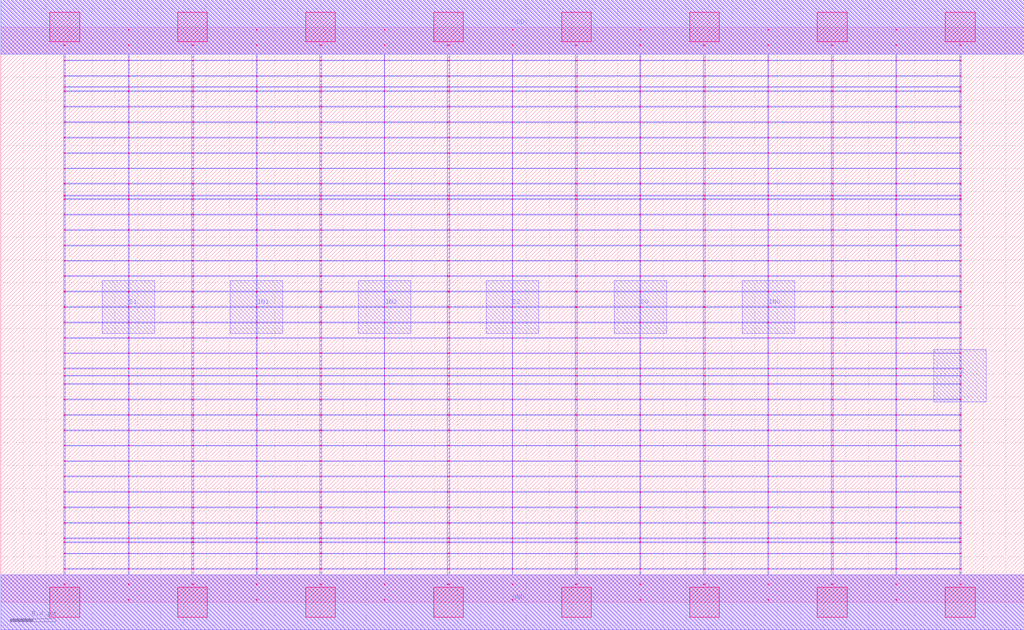
<source format=lef>
MACRO MUX3_DEBUG
 CLASS CORE ;
 FOREIGN MUX3_DEBUG 0 0 ;
 SIZE 8.96 BY 5.04 ;
 ORIGIN 0 0 ;
 SYMMETRY X Y R90 ;
 SITE unit ;
  PIN VDD
   DIRECTION INOUT ;
   USE SIGNAL ;
   SHAPE ABUTMENT ;
    PORT
     CLASS CORE ;
       LAYER met1 ;
        RECT 0.00000000 4.80000000 8.96000000 5.28000000 ;
       LAYER met2 ;
        RECT 0.00000000 4.80000000 8.96000000 5.28000000 ;
    END
  END VDD

  PIN GND
   DIRECTION INOUT ;
   USE SIGNAL ;
   SHAPE ABUTMENT ;
    PORT
     CLASS CORE ;
       LAYER met1 ;
        RECT 0.00000000 -0.24000000 8.96000000 0.24000000 ;
       LAYER met2 ;
        RECT 0.00000000 -0.24000000 8.96000000 0.24000000 ;
    END
  END GND

  PIN Z
   DIRECTION INOUT ;
   USE SIGNAL ;
   SHAPE ABUTMENT ;
    PORT
     CLASS CORE ;
       LAYER met2 ;
        RECT 8.17000000 1.75500000 8.63000000 2.21500000 ;
    END
  END Z

  PIN S2
   DIRECTION INOUT ;
   USE SIGNAL ;
   SHAPE ABUTMENT ;
    PORT
     CLASS CORE ;
       LAYER met2 ;
        RECT 4.25000000 2.35700000 4.71000000 2.81700000 ;
    END
  END S2

  PIN S0
   DIRECTION INOUT ;
   USE SIGNAL ;
   SHAPE ABUTMENT ;
    PORT
     CLASS CORE ;
       LAYER met2 ;
        RECT 5.37000000 2.35700000 5.83000000 2.81700000 ;
    END
  END S0

  PIN IN1
   DIRECTION INOUT ;
   USE SIGNAL ;
   SHAPE ABUTMENT ;
    PORT
     CLASS CORE ;
       LAYER met2 ;
        RECT 2.01000000 2.35700000 2.47000000 2.81700000 ;
    END
  END IN1

  PIN IN2
   DIRECTION INOUT ;
   USE SIGNAL ;
   SHAPE ABUTMENT ;
    PORT
     CLASS CORE ;
       LAYER met2 ;
        RECT 3.13000000 2.35700000 3.59000000 2.81700000 ;
    END
  END IN2

  PIN S1
   DIRECTION INOUT ;
   USE SIGNAL ;
   SHAPE ABUTMENT ;
    PORT
     CLASS CORE ;
       LAYER met2 ;
        RECT 0.89000000 2.35700000 1.35000000 2.81700000 ;
    END
  END S1

  PIN IN0
   DIRECTION INOUT ;
   USE SIGNAL ;
   SHAPE ABUTMENT ;
    PORT
     CLASS CORE ;
       LAYER met2 ;
        RECT 6.49000000 2.35700000 6.95000000 2.81700000 ;
    END
  END IN0

 OBS
    LAYER polycont ;
     RECT 0.55100000 2.58300000 0.56400000 2.59100000 ;
     RECT 1.11600000 2.58300000 1.12400000 2.59100000 ;
     RECT 1.67100000 2.58300000 1.68900000 2.59100000 ;
     RECT 2.23600000 2.58300000 2.24400000 2.59100000 ;
     RECT 2.79100000 2.58300000 2.80900000 2.59100000 ;
     RECT 3.35600000 2.58300000 3.36400000 2.59100000 ;
     RECT 3.91100000 2.58300000 3.92900000 2.59100000 ;
     RECT 4.47600000 2.58300000 4.48400000 2.59100000 ;
     RECT 5.03100000 2.58300000 5.04900000 2.59100000 ;
     RECT 5.59600000 2.58300000 5.60400000 2.59100000 ;
     RECT 6.15100000 2.58300000 6.16900000 2.59100000 ;
     RECT 6.71600000 2.58300000 6.72400000 2.59100000 ;
     RECT 7.27100000 2.58300000 7.28900000 2.59100000 ;
     RECT 7.83600000 2.58300000 7.84400000 2.59100000 ;
     RECT 8.39600000 2.58300000 8.40900000 2.59100000 ;
     RECT 0.55100000 2.71800000 0.56400000 2.72600000 ;
     RECT 1.11600000 2.71800000 1.12400000 2.72600000 ;
     RECT 1.67100000 2.71800000 1.68900000 2.72600000 ;
     RECT 2.23600000 2.71800000 2.24400000 2.72600000 ;
     RECT 2.79100000 2.71800000 2.80900000 2.72600000 ;
     RECT 3.35600000 2.71800000 3.36400000 2.72600000 ;
     RECT 3.91100000 2.71800000 3.92900000 2.72600000 ;
     RECT 4.47600000 2.71800000 4.48400000 2.72600000 ;
     RECT 5.03100000 2.71800000 5.04900000 2.72600000 ;
     RECT 5.59600000 2.71800000 5.60400000 2.72600000 ;
     RECT 6.15100000 2.71800000 6.16900000 2.72600000 ;
     RECT 6.71600000 2.71800000 6.72400000 2.72600000 ;
     RECT 7.27100000 2.71800000 7.28900000 2.72600000 ;
     RECT 7.83600000 2.71800000 7.84400000 2.72600000 ;
     RECT 8.39600000 2.71800000 8.40900000 2.72600000 ;
     RECT 0.55100000 2.85300000 0.56400000 2.86100000 ;
     RECT 1.11600000 2.85300000 1.12400000 2.86100000 ;
     RECT 1.67100000 2.85300000 1.68900000 2.86100000 ;
     RECT 2.23600000 2.85300000 2.24400000 2.86100000 ;
     RECT 2.79100000 2.85300000 2.80900000 2.86100000 ;
     RECT 3.35600000 2.85300000 3.36400000 2.86100000 ;
     RECT 3.91100000 2.85300000 3.92900000 2.86100000 ;
     RECT 4.47600000 2.85300000 4.48400000 2.86100000 ;
     RECT 5.03100000 2.85300000 5.04900000 2.86100000 ;
     RECT 5.59600000 2.85300000 5.60400000 2.86100000 ;
     RECT 6.15100000 2.85300000 6.16900000 2.86100000 ;
     RECT 6.71600000 2.85300000 6.72400000 2.86100000 ;
     RECT 7.27100000 2.85300000 7.28900000 2.86100000 ;
     RECT 7.83600000 2.85300000 7.84400000 2.86100000 ;
     RECT 8.39600000 2.85300000 8.40900000 2.86100000 ;
     RECT 0.55100000 2.98800000 0.56400000 2.99600000 ;
     RECT 1.11600000 2.98800000 1.12400000 2.99600000 ;
     RECT 1.67100000 2.98800000 1.68900000 2.99600000 ;
     RECT 2.23600000 2.98800000 2.24400000 2.99600000 ;
     RECT 2.79100000 2.98800000 2.80900000 2.99600000 ;
     RECT 3.35600000 2.98800000 3.36400000 2.99600000 ;
     RECT 3.91100000 2.98800000 3.92900000 2.99600000 ;
     RECT 4.47600000 2.98800000 4.48400000 2.99600000 ;
     RECT 5.03100000 2.98800000 5.04900000 2.99600000 ;
     RECT 5.59600000 2.98800000 5.60400000 2.99600000 ;
     RECT 6.15100000 2.98800000 6.16900000 2.99600000 ;
     RECT 6.71600000 2.98800000 6.72400000 2.99600000 ;
     RECT 7.27100000 2.98800000 7.28900000 2.99600000 ;
     RECT 7.83600000 2.98800000 7.84400000 2.99600000 ;
     RECT 8.39600000 2.98800000 8.40900000 2.99600000 ;

    LAYER pdiffc ;
     RECT 0.55100000 3.39300000 0.55900000 3.40100000 ;
     RECT 8.40100000 3.39300000 8.40900000 3.40100000 ;
     RECT 0.55100000 3.52800000 0.55900000 3.53600000 ;
     RECT 8.40100000 3.52800000 8.40900000 3.53600000 ;
     RECT 0.55100000 3.56100000 0.55900000 3.56900000 ;
     RECT 8.40100000 3.56100000 8.40900000 3.56900000 ;
     RECT 0.55100000 3.66300000 0.55900000 3.67100000 ;
     RECT 8.40100000 3.66300000 8.40900000 3.67100000 ;
     RECT 0.55100000 3.79800000 0.55900000 3.80600000 ;
     RECT 8.40100000 3.79800000 8.40900000 3.80600000 ;
     RECT 0.55100000 3.93300000 0.55900000 3.94100000 ;
     RECT 8.40100000 3.93300000 8.40900000 3.94100000 ;
     RECT 0.55100000 4.06800000 0.55900000 4.07600000 ;
     RECT 8.40100000 4.06800000 8.40900000 4.07600000 ;
     RECT 0.55100000 4.20300000 0.55900000 4.21100000 ;
     RECT 8.40100000 4.20300000 8.40900000 4.21100000 ;
     RECT 0.55100000 4.33800000 0.55900000 4.34600000 ;
     RECT 8.40100000 4.33800000 8.40900000 4.34600000 ;
     RECT 0.55100000 4.47300000 0.55900000 4.48100000 ;
     RECT 8.40100000 4.47300000 8.40900000 4.48100000 ;
     RECT 0.55100000 4.51100000 0.55900000 4.51900000 ;
     RECT 8.40100000 4.51100000 8.40900000 4.51900000 ;
     RECT 0.55100000 4.60800000 0.55900000 4.61600000 ;
     RECT 8.40100000 4.60800000 8.40900000 4.61600000 ;

    LAYER ndiffc ;
     RECT 5.03100000 0.42300000 5.04900000 0.43100000 ;
     RECT 6.15100000 0.42300000 6.16900000 0.43100000 ;
     RECT 7.27100000 0.42300000 7.28900000 0.43100000 ;
     RECT 8.39600000 0.42300000 8.40900000 0.43100000 ;
     RECT 5.03100000 0.52100000 5.04900000 0.52900000 ;
     RECT 6.15100000 0.52100000 6.16900000 0.52900000 ;
     RECT 7.27100000 0.52100000 7.28900000 0.52900000 ;
     RECT 8.39600000 0.52100000 8.40900000 0.52900000 ;
     RECT 5.03100000 0.55800000 5.04900000 0.56600000 ;
     RECT 6.15100000 0.55800000 6.16900000 0.56600000 ;
     RECT 7.27100000 0.55800000 7.28900000 0.56600000 ;
     RECT 8.39600000 0.55800000 8.40900000 0.56600000 ;
     RECT 5.03100000 0.69300000 5.04900000 0.70100000 ;
     RECT 6.15100000 0.69300000 6.16900000 0.70100000 ;
     RECT 7.27100000 0.69300000 7.28900000 0.70100000 ;
     RECT 8.39600000 0.69300000 8.40900000 0.70100000 ;
     RECT 5.03100000 0.82800000 5.04900000 0.83600000 ;
     RECT 6.15100000 0.82800000 6.16900000 0.83600000 ;
     RECT 7.27100000 0.82800000 7.28900000 0.83600000 ;
     RECT 8.39600000 0.82800000 8.40900000 0.83600000 ;
     RECT 5.03100000 0.96300000 5.04900000 0.97100000 ;
     RECT 6.15100000 0.96300000 6.16900000 0.97100000 ;
     RECT 7.27100000 0.96300000 7.28900000 0.97100000 ;
     RECT 8.39600000 0.96300000 8.40900000 0.97100000 ;
     RECT 5.03100000 1.09800000 5.04900000 1.10600000 ;
     RECT 6.15100000 1.09800000 6.16900000 1.10600000 ;
     RECT 7.27100000 1.09800000 7.28900000 1.10600000 ;
     RECT 8.39600000 1.09800000 8.40900000 1.10600000 ;
     RECT 5.03100000 1.23300000 5.04900000 1.24100000 ;
     RECT 6.15100000 1.23300000 6.16900000 1.24100000 ;
     RECT 7.27100000 1.23300000 7.28900000 1.24100000 ;
     RECT 8.39600000 1.23300000 8.40900000 1.24100000 ;
     RECT 5.03100000 1.36800000 5.04900000 1.37600000 ;
     RECT 6.15100000 1.36800000 6.16900000 1.37600000 ;
     RECT 7.27100000 1.36800000 7.28900000 1.37600000 ;
     RECT 8.39600000 1.36800000 8.40900000 1.37600000 ;
     RECT 5.03100000 1.50300000 5.04900000 1.51100000 ;
     RECT 6.15100000 1.50300000 6.16900000 1.51100000 ;
     RECT 7.27100000 1.50300000 7.28900000 1.51100000 ;
     RECT 8.39600000 1.50300000 8.40900000 1.51100000 ;
     RECT 5.03100000 1.63800000 5.04900000 1.64600000 ;
     RECT 6.15100000 1.63800000 6.16900000 1.64600000 ;
     RECT 7.27100000 1.63800000 7.28900000 1.64600000 ;
     RECT 8.39600000 1.63800000 8.40900000 1.64600000 ;
     RECT 5.03100000 1.77300000 5.04900000 1.78100000 ;
     RECT 6.15100000 1.77300000 6.16900000 1.78100000 ;
     RECT 7.27100000 1.77300000 7.28900000 1.78100000 ;
     RECT 8.39600000 1.77300000 8.40900000 1.78100000 ;
     RECT 5.03100000 1.90800000 5.04900000 1.91600000 ;
     RECT 6.15100000 1.90800000 6.16900000 1.91600000 ;
     RECT 7.27100000 1.90800000 7.28900000 1.91600000 ;
     RECT 8.39600000 1.90800000 8.40900000 1.91600000 ;
     RECT 5.03100000 1.98100000 5.04900000 1.98900000 ;
     RECT 6.15100000 1.98100000 6.16900000 1.98900000 ;
     RECT 7.27100000 1.98100000 7.28900000 1.98900000 ;
     RECT 8.39600000 1.98100000 8.40900000 1.98900000 ;
     RECT 5.03100000 2.04300000 5.04900000 2.05100000 ;
     RECT 6.15100000 2.04300000 6.16900000 2.05100000 ;
     RECT 7.27100000 2.04300000 7.28900000 2.05100000 ;
     RECT 8.39600000 2.04300000 8.40900000 2.05100000 ;
     RECT 0.55100000 0.42300000 0.56400000 0.43100000 ;
     RECT 1.67100000 0.42300000 1.68900000 0.43100000 ;
     RECT 2.79100000 0.42300000 2.80900000 0.43100000 ;
     RECT 3.91100000 0.42300000 3.92900000 0.43100000 ;
     RECT 0.55100000 1.36800000 0.56400000 1.37600000 ;
     RECT 1.67100000 1.36800000 1.68900000 1.37600000 ;
     RECT 2.79100000 1.36800000 2.80900000 1.37600000 ;
     RECT 3.91100000 1.36800000 3.92900000 1.37600000 ;
     RECT 0.55100000 0.82800000 0.56400000 0.83600000 ;
     RECT 1.67100000 0.82800000 1.68900000 0.83600000 ;
     RECT 2.79100000 0.82800000 2.80900000 0.83600000 ;
     RECT 3.91100000 0.82800000 3.92900000 0.83600000 ;
     RECT 0.55100000 1.50300000 0.56400000 1.51100000 ;
     RECT 1.67100000 1.50300000 1.68900000 1.51100000 ;
     RECT 2.79100000 1.50300000 2.80900000 1.51100000 ;
     RECT 3.91100000 1.50300000 3.92900000 1.51100000 ;
     RECT 0.55100000 0.55800000 0.56400000 0.56600000 ;
     RECT 1.67100000 0.55800000 1.68900000 0.56600000 ;
     RECT 2.79100000 0.55800000 2.80900000 0.56600000 ;
     RECT 3.91100000 0.55800000 3.92900000 0.56600000 ;
     RECT 0.55100000 1.63800000 0.56400000 1.64600000 ;
     RECT 1.67100000 1.63800000 1.68900000 1.64600000 ;
     RECT 2.79100000 1.63800000 2.80900000 1.64600000 ;
     RECT 3.91100000 1.63800000 3.92900000 1.64600000 ;
     RECT 0.55100000 0.96300000 0.56400000 0.97100000 ;
     RECT 1.67100000 0.96300000 1.68900000 0.97100000 ;
     RECT 2.79100000 0.96300000 2.80900000 0.97100000 ;
     RECT 3.91100000 0.96300000 3.92900000 0.97100000 ;
     RECT 0.55100000 1.77300000 0.56400000 1.78100000 ;
     RECT 1.67100000 1.77300000 1.68900000 1.78100000 ;
     RECT 2.79100000 1.77300000 2.80900000 1.78100000 ;
     RECT 3.91100000 1.77300000 3.92900000 1.78100000 ;
     RECT 0.55100000 0.52100000 0.56400000 0.52900000 ;
     RECT 1.67100000 0.52100000 1.68900000 0.52900000 ;
     RECT 2.79100000 0.52100000 2.80900000 0.52900000 ;
     RECT 3.91100000 0.52100000 3.92900000 0.52900000 ;
     RECT 0.55100000 1.90800000 0.56400000 1.91600000 ;
     RECT 1.67100000 1.90800000 1.68900000 1.91600000 ;
     RECT 2.79100000 1.90800000 2.80900000 1.91600000 ;
     RECT 3.91100000 1.90800000 3.92900000 1.91600000 ;
     RECT 0.55100000 1.09800000 0.56400000 1.10600000 ;
     RECT 1.67100000 1.09800000 1.68900000 1.10600000 ;
     RECT 2.79100000 1.09800000 2.80900000 1.10600000 ;
     RECT 3.91100000 1.09800000 3.92900000 1.10600000 ;
     RECT 0.55100000 1.98100000 0.56400000 1.98900000 ;
     RECT 1.67100000 1.98100000 1.68900000 1.98900000 ;
     RECT 2.79100000 1.98100000 2.80900000 1.98900000 ;
     RECT 3.91100000 1.98100000 3.92900000 1.98900000 ;
     RECT 0.55100000 0.69300000 0.56400000 0.70100000 ;
     RECT 1.67100000 0.69300000 1.68900000 0.70100000 ;
     RECT 2.79100000 0.69300000 2.80900000 0.70100000 ;
     RECT 3.91100000 0.69300000 3.92900000 0.70100000 ;
     RECT 0.55100000 2.04300000 0.56400000 2.05100000 ;
     RECT 1.67100000 2.04300000 1.68900000 2.05100000 ;
     RECT 2.79100000 2.04300000 2.80900000 2.05100000 ;
     RECT 3.91100000 2.04300000 3.92900000 2.05100000 ;
     RECT 0.55100000 1.23300000 0.56400000 1.24100000 ;
     RECT 1.67100000 1.23300000 1.68900000 1.24100000 ;
     RECT 2.79100000 1.23300000 2.80900000 1.24100000 ;
     RECT 3.91100000 1.23300000 3.92900000 1.24100000 ;

    LAYER met1 ;
     RECT 0.00000000 -0.24000000 8.96000000 0.24000000 ;
     RECT 4.47600000 0.24000000 4.48400000 0.28800000 ;
     RECT 0.55100000 0.28800000 8.40900000 0.29600000 ;
     RECT 4.47600000 0.29600000 4.48400000 0.42300000 ;
     RECT 0.55100000 0.42300000 8.40900000 0.43100000 ;
     RECT 4.47600000 0.43100000 4.48400000 0.52100000 ;
     RECT 0.55100000 0.52100000 8.40900000 0.52900000 ;
     RECT 4.47600000 0.52900000 4.48400000 0.55800000 ;
     RECT 0.55100000 0.55800000 8.40900000 0.56600000 ;
     RECT 4.47600000 0.56600000 4.48400000 0.69300000 ;
     RECT 0.55100000 0.69300000 8.40900000 0.70100000 ;
     RECT 4.47600000 0.70100000 4.48400000 0.82800000 ;
     RECT 0.55100000 0.82800000 8.40900000 0.83600000 ;
     RECT 4.47600000 0.83600000 4.48400000 0.96300000 ;
     RECT 0.55100000 0.96300000 8.40900000 0.97100000 ;
     RECT 4.47600000 0.97100000 4.48400000 1.09800000 ;
     RECT 0.55100000 1.09800000 8.40900000 1.10600000 ;
     RECT 4.47600000 1.10600000 4.48400000 1.23300000 ;
     RECT 0.55100000 1.23300000 8.40900000 1.24100000 ;
     RECT 4.47600000 1.24100000 4.48400000 1.36800000 ;
     RECT 0.55100000 1.36800000 8.40900000 1.37600000 ;
     RECT 4.47600000 1.37600000 4.48400000 1.50300000 ;
     RECT 0.55100000 1.50300000 8.40900000 1.51100000 ;
     RECT 4.47600000 1.51100000 4.48400000 1.63800000 ;
     RECT 0.55100000 1.63800000 8.40900000 1.64600000 ;
     RECT 4.47600000 1.64600000 4.48400000 1.77300000 ;
     RECT 0.55100000 1.77300000 8.40900000 1.78100000 ;
     RECT 4.47600000 1.78100000 4.48400000 1.90800000 ;
     RECT 0.55100000 1.90800000 8.40900000 1.91600000 ;
     RECT 4.47600000 1.91600000 4.48400000 1.98100000 ;
     RECT 0.55100000 1.98100000 8.40900000 1.98900000 ;
     RECT 4.47600000 1.98900000 4.48400000 2.04300000 ;
     RECT 0.55100000 2.04300000 8.40900000 2.05100000 ;
     RECT 4.47600000 2.05100000 4.48400000 2.17800000 ;
     RECT 0.55100000 2.17800000 8.40900000 2.18600000 ;
     RECT 4.47600000 2.18600000 4.48400000 2.31300000 ;
     RECT 0.55100000 2.31300000 8.40900000 2.32100000 ;
     RECT 4.47600000 2.32100000 4.48400000 2.44800000 ;
     RECT 0.55100000 2.44800000 8.40900000 2.45600000 ;
     RECT 0.55100000 2.45600000 0.56400000 2.58300000 ;
     RECT 1.11600000 2.45600000 1.12400000 2.58300000 ;
     RECT 1.67100000 2.45600000 1.68900000 2.58300000 ;
     RECT 2.23600000 2.45600000 2.24400000 2.58300000 ;
     RECT 2.79100000 2.45600000 2.80900000 2.58300000 ;
     RECT 3.35600000 2.45600000 3.36400000 2.58300000 ;
     RECT 3.91100000 2.45600000 3.92900000 2.58300000 ;
     RECT 4.47600000 2.45600000 4.48400000 2.58300000 ;
     RECT 5.03100000 2.45600000 5.04900000 2.58300000 ;
     RECT 5.59600000 2.45600000 5.60400000 2.58300000 ;
     RECT 6.15100000 2.45600000 6.16900000 2.58300000 ;
     RECT 6.71600000 2.45600000 6.72400000 2.58300000 ;
     RECT 7.27100000 2.45600000 7.28900000 2.58300000 ;
     RECT 7.83600000 2.45600000 7.84400000 2.58300000 ;
     RECT 8.39600000 2.45600000 8.40900000 2.58300000 ;
     RECT 0.55100000 2.58300000 8.40900000 2.59100000 ;
     RECT 4.47600000 2.59100000 4.48400000 2.71800000 ;
     RECT 0.55100000 2.71800000 8.40900000 2.72600000 ;
     RECT 4.47600000 2.72600000 4.48400000 2.85300000 ;
     RECT 0.55100000 2.85300000 8.40900000 2.86100000 ;
     RECT 4.47600000 2.86100000 4.48400000 2.98800000 ;
     RECT 0.55100000 2.98800000 8.40900000 2.99600000 ;
     RECT 4.47600000 2.99600000 4.48400000 3.12300000 ;
     RECT 0.55100000 3.12300000 8.40900000 3.13100000 ;
     RECT 4.47600000 3.13100000 4.48400000 3.25800000 ;
     RECT 0.55100000 3.25800000 8.40900000 3.26600000 ;
     RECT 4.47600000 3.26600000 4.48400000 3.39300000 ;
     RECT 0.55100000 3.39300000 8.40900000 3.40100000 ;
     RECT 4.47600000 3.40100000 4.48400000 3.52800000 ;
     RECT 0.55100000 3.52800000 8.40900000 3.53600000 ;
     RECT 4.47600000 3.53600000 4.48400000 3.56100000 ;
     RECT 0.55100000 3.56100000 8.40900000 3.56900000 ;
     RECT 4.47600000 3.56900000 4.48400000 3.66300000 ;
     RECT 0.55100000 3.66300000 8.40900000 3.67100000 ;
     RECT 4.47600000 3.67100000 4.48400000 3.79800000 ;
     RECT 0.55100000 3.79800000 8.40900000 3.80600000 ;
     RECT 4.47600000 3.80600000 4.48400000 3.93300000 ;
     RECT 0.55100000 3.93300000 8.40900000 3.94100000 ;
     RECT 4.47600000 3.94100000 4.48400000 4.06800000 ;
     RECT 0.55100000 4.06800000 8.40900000 4.07600000 ;
     RECT 4.47600000 4.07600000 4.48400000 4.20300000 ;
     RECT 0.55100000 4.20300000 8.40900000 4.21100000 ;
     RECT 4.47600000 4.21100000 4.48400000 4.33800000 ;
     RECT 0.55100000 4.33800000 8.40900000 4.34600000 ;
     RECT 4.47600000 4.34600000 4.48400000 4.47300000 ;
     RECT 0.55100000 4.47300000 8.40900000 4.48100000 ;
     RECT 4.47600000 4.48100000 4.48400000 4.51100000 ;
     RECT 0.55100000 4.51100000 8.40900000 4.51900000 ;
     RECT 4.47600000 4.51900000 4.48400000 4.60800000 ;
     RECT 0.55100000 4.60800000 8.40900000 4.61600000 ;
     RECT 4.47600000 4.61600000 4.48400000 4.74300000 ;
     RECT 0.55100000 4.74300000 8.40900000 4.75100000 ;
     RECT 4.47600000 4.75100000 4.48400000 4.80000000 ;
     RECT 0.00000000 4.80000000 8.96000000 5.28000000 ;
     RECT 6.71600000 3.13100000 6.72400000 3.25800000 ;
     RECT 6.71600000 3.26600000 6.72400000 3.39300000 ;
     RECT 6.71600000 3.40100000 6.72400000 3.52800000 ;
     RECT 6.71600000 2.72600000 6.72400000 2.85300000 ;
     RECT 6.71600000 3.53600000 6.72400000 3.56100000 ;
     RECT 6.71600000 3.56900000 6.72400000 3.66300000 ;
     RECT 6.71600000 2.59100000 6.72400000 2.71800000 ;
     RECT 6.71600000 3.67100000 6.72400000 3.79800000 ;
     RECT 5.03100000 3.80600000 5.04900000 3.93300000 ;
     RECT 5.59600000 3.80600000 5.60400000 3.93300000 ;
     RECT 6.15100000 3.80600000 6.16900000 3.93300000 ;
     RECT 6.71600000 3.80600000 6.72400000 3.93300000 ;
     RECT 7.27100000 3.80600000 7.28900000 3.93300000 ;
     RECT 7.83600000 3.80600000 7.84400000 3.93300000 ;
     RECT 8.39600000 3.80600000 8.40900000 3.93300000 ;
     RECT 6.71600000 2.86100000 6.72400000 2.98800000 ;
     RECT 6.71600000 3.94100000 6.72400000 4.06800000 ;
     RECT 6.71600000 4.07600000 6.72400000 4.20300000 ;
     RECT 6.71600000 4.21100000 6.72400000 4.33800000 ;
     RECT 6.71600000 4.34600000 6.72400000 4.47300000 ;
     RECT 6.71600000 4.48100000 6.72400000 4.51100000 ;
     RECT 6.71600000 2.99600000 6.72400000 3.12300000 ;
     RECT 6.71600000 4.51900000 6.72400000 4.60800000 ;
     RECT 6.71600000 4.61600000 6.72400000 4.74300000 ;
     RECT 6.71600000 4.75100000 6.72400000 4.80000000 ;
     RECT 7.27100000 4.21100000 7.28900000 4.33800000 ;
     RECT 7.83600000 4.21100000 7.84400000 4.33800000 ;
     RECT 8.39600000 4.21100000 8.40900000 4.33800000 ;
     RECT 8.39600000 3.94100000 8.40900000 4.06800000 ;
     RECT 7.27100000 4.34600000 7.28900000 4.47300000 ;
     RECT 7.83600000 4.34600000 7.84400000 4.47300000 ;
     RECT 8.39600000 4.34600000 8.40900000 4.47300000 ;
     RECT 7.27100000 3.94100000 7.28900000 4.06800000 ;
     RECT 7.27100000 4.48100000 7.28900000 4.51100000 ;
     RECT 7.83600000 4.48100000 7.84400000 4.51100000 ;
     RECT 8.39600000 4.48100000 8.40900000 4.51100000 ;
     RECT 7.27100000 4.07600000 7.28900000 4.20300000 ;
     RECT 7.83600000 4.07600000 7.84400000 4.20300000 ;
     RECT 7.27100000 4.51900000 7.28900000 4.60800000 ;
     RECT 7.83600000 4.51900000 7.84400000 4.60800000 ;
     RECT 8.39600000 4.51900000 8.40900000 4.60800000 ;
     RECT 8.39600000 4.07600000 8.40900000 4.20300000 ;
     RECT 7.27100000 4.61600000 7.28900000 4.74300000 ;
     RECT 7.83600000 4.61600000 7.84400000 4.74300000 ;
     RECT 8.39600000 4.61600000 8.40900000 4.74300000 ;
     RECT 7.83600000 3.94100000 7.84400000 4.06800000 ;
     RECT 7.27100000 4.75100000 7.28900000 4.80000000 ;
     RECT 7.83600000 4.75100000 7.84400000 4.80000000 ;
     RECT 8.39600000 4.75100000 8.40900000 4.80000000 ;
     RECT 6.15100000 4.07600000 6.16900000 4.20300000 ;
     RECT 5.59600000 3.94100000 5.60400000 4.06800000 ;
     RECT 6.15100000 3.94100000 6.16900000 4.06800000 ;
     RECT 5.03100000 4.51900000 5.04900000 4.60800000 ;
     RECT 5.59600000 4.51900000 5.60400000 4.60800000 ;
     RECT 6.15100000 4.51900000 6.16900000 4.60800000 ;
     RECT 5.03100000 4.34600000 5.04900000 4.47300000 ;
     RECT 5.59600000 4.34600000 5.60400000 4.47300000 ;
     RECT 6.15100000 4.34600000 6.16900000 4.47300000 ;
     RECT 5.03100000 3.94100000 5.04900000 4.06800000 ;
     RECT 5.03100000 4.61600000 5.04900000 4.74300000 ;
     RECT 5.59600000 4.61600000 5.60400000 4.74300000 ;
     RECT 6.15100000 4.61600000 6.16900000 4.74300000 ;
     RECT 5.03100000 4.07600000 5.04900000 4.20300000 ;
     RECT 5.03100000 4.21100000 5.04900000 4.33800000 ;
     RECT 5.59600000 4.21100000 5.60400000 4.33800000 ;
     RECT 5.03100000 4.48100000 5.04900000 4.51100000 ;
     RECT 5.03100000 4.75100000 5.04900000 4.80000000 ;
     RECT 5.59600000 4.75100000 5.60400000 4.80000000 ;
     RECT 6.15100000 4.75100000 6.16900000 4.80000000 ;
     RECT 5.59600000 4.48100000 5.60400000 4.51100000 ;
     RECT 6.15100000 4.48100000 6.16900000 4.51100000 ;
     RECT 6.15100000 4.21100000 6.16900000 4.33800000 ;
     RECT 5.59600000 4.07600000 5.60400000 4.20300000 ;
     RECT 5.03100000 3.56900000 5.04900000 3.66300000 ;
     RECT 5.59600000 3.56900000 5.60400000 3.66300000 ;
     RECT 6.15100000 3.56900000 6.16900000 3.66300000 ;
     RECT 5.03100000 3.26600000 5.04900000 3.39300000 ;
     RECT 6.15100000 2.59100000 6.16900000 2.71800000 ;
     RECT 5.59600000 3.26600000 5.60400000 3.39300000 ;
     RECT 5.03100000 3.67100000 5.04900000 3.79800000 ;
     RECT 5.59600000 3.67100000 5.60400000 3.79800000 ;
     RECT 6.15100000 3.67100000 6.16900000 3.79800000 ;
     RECT 6.15100000 3.26600000 6.16900000 3.39300000 ;
     RECT 5.03100000 2.86100000 5.04900000 2.98800000 ;
     RECT 5.59600000 2.86100000 5.60400000 2.98800000 ;
     RECT 6.15100000 3.13100000 6.16900000 3.25800000 ;
     RECT 5.59600000 2.72600000 5.60400000 2.85300000 ;
     RECT 6.15100000 2.72600000 6.16900000 2.85300000 ;
     RECT 5.03100000 3.40100000 5.04900000 3.52800000 ;
     RECT 5.59600000 3.40100000 5.60400000 3.52800000 ;
     RECT 5.03100000 2.99600000 5.04900000 3.12300000 ;
     RECT 6.15100000 3.40100000 6.16900000 3.52800000 ;
     RECT 5.59600000 3.13100000 5.60400000 3.25800000 ;
     RECT 6.15100000 2.86100000 6.16900000 2.98800000 ;
     RECT 5.03100000 2.59100000 5.04900000 2.71800000 ;
     RECT 5.59600000 2.59100000 5.60400000 2.71800000 ;
     RECT 5.03100000 3.53600000 5.04900000 3.56100000 ;
     RECT 5.59600000 3.53600000 5.60400000 3.56100000 ;
     RECT 6.15100000 3.53600000 6.16900000 3.56100000 ;
     RECT 5.59600000 2.99600000 5.60400000 3.12300000 ;
     RECT 6.15100000 2.99600000 6.16900000 3.12300000 ;
     RECT 5.03100000 2.72600000 5.04900000 2.85300000 ;
     RECT 5.03100000 3.13100000 5.04900000 3.25800000 ;
     RECT 7.83600000 2.72600000 7.84400000 2.85300000 ;
     RECT 8.39600000 2.86100000 8.40900000 2.98800000 ;
     RECT 7.27100000 2.59100000 7.28900000 2.71800000 ;
     RECT 7.27100000 2.99600000 7.28900000 3.12300000 ;
     RECT 8.39600000 2.72600000 8.40900000 2.85300000 ;
     RECT 8.39600000 3.26600000 8.40900000 3.39300000 ;
     RECT 7.27100000 3.40100000 7.28900000 3.52800000 ;
     RECT 7.83600000 3.40100000 7.84400000 3.52800000 ;
     RECT 8.39600000 3.40100000 8.40900000 3.52800000 ;
     RECT 7.27100000 3.56900000 7.28900000 3.66300000 ;
     RECT 7.83600000 3.56900000 7.84400000 3.66300000 ;
     RECT 7.83600000 2.99600000 7.84400000 3.12300000 ;
     RECT 8.39600000 2.99600000 8.40900000 3.12300000 ;
     RECT 7.83600000 2.59100000 7.84400000 2.71800000 ;
     RECT 8.39600000 3.56900000 8.40900000 3.66300000 ;
     RECT 7.27100000 3.13100000 7.28900000 3.25800000 ;
     RECT 7.27100000 2.72600000 7.28900000 2.85300000 ;
     RECT 7.83600000 3.13100000 7.84400000 3.25800000 ;
     RECT 8.39600000 3.13100000 8.40900000 3.25800000 ;
     RECT 7.27100000 3.26600000 7.28900000 3.39300000 ;
     RECT 8.39600000 2.59100000 8.40900000 2.71800000 ;
     RECT 7.83600000 3.26600000 7.84400000 3.39300000 ;
     RECT 7.27100000 2.86100000 7.28900000 2.98800000 ;
     RECT 7.83600000 2.86100000 7.84400000 2.98800000 ;
     RECT 7.27100000 3.67100000 7.28900000 3.79800000 ;
     RECT 7.83600000 3.67100000 7.84400000 3.79800000 ;
     RECT 8.39600000 3.67100000 8.40900000 3.79800000 ;
     RECT 7.27100000 3.53600000 7.28900000 3.56100000 ;
     RECT 7.83600000 3.53600000 7.84400000 3.56100000 ;
     RECT 8.39600000 3.53600000 8.40900000 3.56100000 ;
     RECT 2.23600000 3.94100000 2.24400000 4.06800000 ;
     RECT 2.23600000 3.40100000 2.24400000 3.52800000 ;
     RECT 2.23600000 4.07600000 2.24400000 4.20300000 ;
     RECT 2.23600000 3.53600000 2.24400000 3.56100000 ;
     RECT 2.23600000 4.21100000 2.24400000 4.33800000 ;
     RECT 2.23600000 2.86100000 2.24400000 2.98800000 ;
     RECT 2.23600000 3.13100000 2.24400000 3.25800000 ;
     RECT 2.23600000 4.34600000 2.24400000 4.47300000 ;
     RECT 2.23600000 3.56900000 2.24400000 3.66300000 ;
     RECT 2.23600000 4.48100000 2.24400000 4.51100000 ;
     RECT 2.23600000 2.72600000 2.24400000 2.85300000 ;
     RECT 2.23600000 4.51900000 2.24400000 4.60800000 ;
     RECT 2.23600000 3.67100000 2.24400000 3.79800000 ;
     RECT 2.23600000 4.61600000 2.24400000 4.74300000 ;
     RECT 2.23600000 3.26600000 2.24400000 3.39300000 ;
     RECT 2.23600000 2.59100000 2.24400000 2.71800000 ;
     RECT 0.55100000 3.80600000 0.56400000 3.93300000 ;
     RECT 1.11600000 3.80600000 1.12400000 3.93300000 ;
     RECT 2.23600000 4.75100000 2.24400000 4.80000000 ;
     RECT 1.67100000 3.80600000 1.68900000 3.93300000 ;
     RECT 2.23600000 3.80600000 2.24400000 3.93300000 ;
     RECT 2.79100000 3.80600000 2.80900000 3.93300000 ;
     RECT 3.35600000 3.80600000 3.36400000 3.93300000 ;
     RECT 3.91100000 3.80600000 3.92900000 3.93300000 ;
     RECT 2.23600000 2.99600000 2.24400000 3.12300000 ;
     RECT 2.79100000 3.94100000 2.80900000 4.06800000 ;
     RECT 2.79100000 4.21100000 2.80900000 4.33800000 ;
     RECT 2.79100000 4.51900000 2.80900000 4.60800000 ;
     RECT 3.35600000 4.51900000 3.36400000 4.60800000 ;
     RECT 3.91100000 4.51900000 3.92900000 4.60800000 ;
     RECT 3.35600000 4.21100000 3.36400000 4.33800000 ;
     RECT 3.91100000 4.21100000 3.92900000 4.33800000 ;
     RECT 2.79100000 4.61600000 2.80900000 4.74300000 ;
     RECT 3.35600000 4.61600000 3.36400000 4.74300000 ;
     RECT 3.91100000 4.61600000 3.92900000 4.74300000 ;
     RECT 3.35600000 3.94100000 3.36400000 4.06800000 ;
     RECT 2.79100000 4.07600000 2.80900000 4.20300000 ;
     RECT 3.35600000 4.07600000 3.36400000 4.20300000 ;
     RECT 2.79100000 4.34600000 2.80900000 4.47300000 ;
     RECT 3.35600000 4.34600000 3.36400000 4.47300000 ;
     RECT 2.79100000 4.75100000 2.80900000 4.80000000 ;
     RECT 3.35600000 4.75100000 3.36400000 4.80000000 ;
     RECT 3.91100000 4.75100000 3.92900000 4.80000000 ;
     RECT 3.91100000 4.34600000 3.92900000 4.47300000 ;
     RECT 3.91100000 4.07600000 3.92900000 4.20300000 ;
     RECT 3.91100000 3.94100000 3.92900000 4.06800000 ;
     RECT 2.79100000 4.48100000 2.80900000 4.51100000 ;
     RECT 3.35600000 4.48100000 3.36400000 4.51100000 ;
     RECT 3.91100000 4.48100000 3.92900000 4.51100000 ;
     RECT 0.55100000 4.61600000 0.56400000 4.74300000 ;
     RECT 1.11600000 4.61600000 1.12400000 4.74300000 ;
     RECT 1.67100000 4.61600000 1.68900000 4.74300000 ;
     RECT 1.67100000 4.07600000 1.68900000 4.20300000 ;
     RECT 1.67100000 3.94100000 1.68900000 4.06800000 ;
     RECT 0.55100000 4.48100000 0.56400000 4.51100000 ;
     RECT 1.11600000 4.48100000 1.12400000 4.51100000 ;
     RECT 1.67100000 4.48100000 1.68900000 4.51100000 ;
     RECT 0.55100000 3.94100000 0.56400000 4.06800000 ;
     RECT 1.11600000 3.94100000 1.12400000 4.06800000 ;
     RECT 0.55100000 4.07600000 0.56400000 4.20300000 ;
     RECT 0.55100000 4.75100000 0.56400000 4.80000000 ;
     RECT 1.11600000 4.75100000 1.12400000 4.80000000 ;
     RECT 1.67100000 4.75100000 1.68900000 4.80000000 ;
     RECT 1.11600000 4.07600000 1.12400000 4.20300000 ;
     RECT 0.55100000 4.34600000 0.56400000 4.47300000 ;
     RECT 0.55100000 4.51900000 0.56400000 4.60800000 ;
     RECT 1.11600000 4.51900000 1.12400000 4.60800000 ;
     RECT 1.67100000 4.51900000 1.68900000 4.60800000 ;
     RECT 1.11600000 4.34600000 1.12400000 4.47300000 ;
     RECT 1.67100000 4.34600000 1.68900000 4.47300000 ;
     RECT 0.55100000 4.21100000 0.56400000 4.33800000 ;
     RECT 1.11600000 4.21100000 1.12400000 4.33800000 ;
     RECT 1.67100000 4.21100000 1.68900000 4.33800000 ;
     RECT 0.55100000 3.56900000 0.56400000 3.66300000 ;
     RECT 1.11600000 3.26600000 1.12400000 3.39300000 ;
     RECT 1.67100000 3.26600000 1.68900000 3.39300000 ;
     RECT 1.11600000 3.56900000 1.12400000 3.66300000 ;
     RECT 1.67100000 3.56900000 1.68900000 3.66300000 ;
     RECT 0.55100000 2.72600000 0.56400000 2.85300000 ;
     RECT 1.67100000 3.40100000 1.68900000 3.52800000 ;
     RECT 1.11600000 2.72600000 1.12400000 2.85300000 ;
     RECT 0.55100000 2.86100000 0.56400000 2.98800000 ;
     RECT 1.11600000 2.86100000 1.12400000 2.98800000 ;
     RECT 0.55100000 3.13100000 0.56400000 3.25800000 ;
     RECT 1.11600000 3.13100000 1.12400000 3.25800000 ;
     RECT 1.67100000 3.13100000 1.68900000 3.25800000 ;
     RECT 1.67100000 2.72600000 1.68900000 2.85300000 ;
     RECT 1.67100000 2.86100000 1.68900000 2.98800000 ;
     RECT 1.67100000 2.59100000 1.68900000 2.71800000 ;
     RECT 0.55100000 3.26600000 0.56400000 3.39300000 ;
     RECT 0.55100000 3.53600000 0.56400000 3.56100000 ;
     RECT 1.11600000 3.53600000 1.12400000 3.56100000 ;
     RECT 1.67100000 3.53600000 1.68900000 3.56100000 ;
     RECT 0.55100000 3.40100000 0.56400000 3.52800000 ;
     RECT 1.11600000 3.40100000 1.12400000 3.52800000 ;
     RECT 0.55100000 2.59100000 0.56400000 2.71800000 ;
     RECT 1.11600000 2.59100000 1.12400000 2.71800000 ;
     RECT 0.55100000 3.67100000 0.56400000 3.79800000 ;
     RECT 1.11600000 3.67100000 1.12400000 3.79800000 ;
     RECT 0.55100000 2.99600000 0.56400000 3.12300000 ;
     RECT 1.11600000 2.99600000 1.12400000 3.12300000 ;
     RECT 1.67100000 2.99600000 1.68900000 3.12300000 ;
     RECT 1.67100000 3.67100000 1.68900000 3.79800000 ;
     RECT 3.91100000 3.40100000 3.92900000 3.52800000 ;
     RECT 3.91100000 3.13100000 3.92900000 3.25800000 ;
     RECT 2.79100000 2.72600000 2.80900000 2.85300000 ;
     RECT 3.35600000 2.72600000 3.36400000 2.85300000 ;
     RECT 3.91100000 2.72600000 3.92900000 2.85300000 ;
     RECT 2.79100000 2.86100000 2.80900000 2.98800000 ;
     RECT 2.79100000 3.26600000 2.80900000 3.39300000 ;
     RECT 3.35600000 3.26600000 3.36400000 3.39300000 ;
     RECT 3.91100000 3.26600000 3.92900000 3.39300000 ;
     RECT 3.91100000 2.99600000 3.92900000 3.12300000 ;
     RECT 2.79100000 2.59100000 2.80900000 2.71800000 ;
     RECT 3.35600000 2.59100000 3.36400000 2.71800000 ;
     RECT 3.91100000 2.59100000 3.92900000 2.71800000 ;
     RECT 3.35600000 2.99600000 3.36400000 3.12300000 ;
     RECT 2.79100000 3.13100000 2.80900000 3.25800000 ;
     RECT 2.79100000 3.56900000 2.80900000 3.66300000 ;
     RECT 3.35600000 3.56900000 3.36400000 3.66300000 ;
     RECT 3.91100000 3.56900000 3.92900000 3.66300000 ;
     RECT 3.35600000 3.13100000 3.36400000 3.25800000 ;
     RECT 2.79100000 2.99600000 2.80900000 3.12300000 ;
     RECT 2.79100000 3.40100000 2.80900000 3.52800000 ;
     RECT 3.35600000 3.40100000 3.36400000 3.52800000 ;
     RECT 3.35600000 3.53600000 3.36400000 3.56100000 ;
     RECT 2.79100000 3.67100000 2.80900000 3.79800000 ;
     RECT 3.35600000 3.67100000 3.36400000 3.79800000 ;
     RECT 3.91100000 3.67100000 3.92900000 3.79800000 ;
     RECT 3.91100000 3.53600000 3.92900000 3.56100000 ;
     RECT 2.79100000 3.53600000 2.80900000 3.56100000 ;
     RECT 3.35600000 2.86100000 3.36400000 2.98800000 ;
     RECT 3.91100000 2.86100000 3.92900000 2.98800000 ;
     RECT 2.23600000 1.37600000 2.24400000 1.50300000 ;
     RECT 2.23600000 0.43100000 2.24400000 0.52100000 ;
     RECT 2.23600000 1.51100000 2.24400000 1.63800000 ;
     RECT 2.23600000 1.64600000 2.24400000 1.77300000 ;
     RECT 2.23600000 1.78100000 2.24400000 1.90800000 ;
     RECT 2.23600000 1.91600000 2.24400000 1.98100000 ;
     RECT 2.23600000 1.98900000 2.24400000 2.04300000 ;
     RECT 2.23600000 0.52900000 2.24400000 0.55800000 ;
     RECT 2.23600000 2.05100000 2.24400000 2.17800000 ;
     RECT 2.23600000 2.18600000 2.24400000 2.31300000 ;
     RECT 2.23600000 2.32100000 2.24400000 2.44800000 ;
     RECT 2.23600000 0.56600000 2.24400000 0.69300000 ;
     RECT 2.23600000 0.70100000 2.24400000 0.82800000 ;
     RECT 2.23600000 0.83600000 2.24400000 0.96300000 ;
     RECT 2.23600000 0.29600000 2.24400000 0.42300000 ;
     RECT 2.23600000 0.97100000 2.24400000 1.09800000 ;
     RECT 0.55100000 1.10600000 0.56400000 1.23300000 ;
     RECT 1.11600000 1.10600000 1.12400000 1.23300000 ;
     RECT 1.67100000 1.10600000 1.68900000 1.23300000 ;
     RECT 2.23600000 1.10600000 2.24400000 1.23300000 ;
     RECT 2.79100000 1.10600000 2.80900000 1.23300000 ;
     RECT 3.35600000 1.10600000 3.36400000 1.23300000 ;
     RECT 3.91100000 1.10600000 3.92900000 1.23300000 ;
     RECT 2.23600000 0.24000000 2.24400000 0.28800000 ;
     RECT 2.23600000 1.24100000 2.24400000 1.36800000 ;
     RECT 3.35600000 1.51100000 3.36400000 1.63800000 ;
     RECT 3.91100000 1.51100000 3.92900000 1.63800000 ;
     RECT 2.79100000 2.05100000 2.80900000 2.17800000 ;
     RECT 3.35600000 2.05100000 3.36400000 2.17800000 ;
     RECT 3.91100000 2.05100000 3.92900000 2.17800000 ;
     RECT 3.91100000 1.37600000 3.92900000 1.50300000 ;
     RECT 2.79100000 2.18600000 2.80900000 2.31300000 ;
     RECT 3.35600000 2.18600000 3.36400000 2.31300000 ;
     RECT 3.91100000 2.18600000 3.92900000 2.31300000 ;
     RECT 2.79100000 1.64600000 2.80900000 1.77300000 ;
     RECT 2.79100000 2.32100000 2.80900000 2.44800000 ;
     RECT 3.35600000 2.32100000 3.36400000 2.44800000 ;
     RECT 3.91100000 2.32100000 3.92900000 2.44800000 ;
     RECT 3.35600000 1.64600000 3.36400000 1.77300000 ;
     RECT 3.91100000 1.64600000 3.92900000 1.77300000 ;
     RECT 2.79100000 1.37600000 2.80900000 1.50300000 ;
     RECT 2.79100000 1.78100000 2.80900000 1.90800000 ;
     RECT 3.35600000 1.78100000 3.36400000 1.90800000 ;
     RECT 3.91100000 1.78100000 3.92900000 1.90800000 ;
     RECT 3.35600000 1.37600000 3.36400000 1.50300000 ;
     RECT 2.79100000 1.91600000 2.80900000 1.98100000 ;
     RECT 3.35600000 1.91600000 3.36400000 1.98100000 ;
     RECT 3.91100000 1.91600000 3.92900000 1.98100000 ;
     RECT 2.79100000 1.51100000 2.80900000 1.63800000 ;
     RECT 2.79100000 1.98900000 2.80900000 2.04300000 ;
     RECT 3.35600000 1.98900000 3.36400000 2.04300000 ;
     RECT 3.91100000 1.98900000 3.92900000 2.04300000 ;
     RECT 2.79100000 1.24100000 2.80900000 1.36800000 ;
     RECT 3.35600000 1.24100000 3.36400000 1.36800000 ;
     RECT 3.91100000 1.24100000 3.92900000 1.36800000 ;
     RECT 0.55100000 1.78100000 0.56400000 1.90800000 ;
     RECT 0.55100000 2.32100000 0.56400000 2.44800000 ;
     RECT 1.11600000 2.32100000 1.12400000 2.44800000 ;
     RECT 1.67100000 2.32100000 1.68900000 2.44800000 ;
     RECT 0.55100000 1.98900000 0.56400000 2.04300000 ;
     RECT 1.11600000 1.98900000 1.12400000 2.04300000 ;
     RECT 1.67100000 1.98900000 1.68900000 2.04300000 ;
     RECT 1.11600000 1.78100000 1.12400000 1.90800000 ;
     RECT 1.67100000 1.78100000 1.68900000 1.90800000 ;
     RECT 0.55100000 1.64600000 0.56400000 1.77300000 ;
     RECT 1.11600000 1.64600000 1.12400000 1.77300000 ;
     RECT 1.67100000 1.64600000 1.68900000 1.77300000 ;
     RECT 0.55100000 2.05100000 0.56400000 2.17800000 ;
     RECT 1.11600000 2.05100000 1.12400000 2.17800000 ;
     RECT 1.67100000 2.05100000 1.68900000 2.17800000 ;
     RECT 1.67100000 1.37600000 1.68900000 1.50300000 ;
     RECT 0.55100000 1.91600000 0.56400000 1.98100000 ;
     RECT 1.11600000 1.91600000 1.12400000 1.98100000 ;
     RECT 1.67100000 1.91600000 1.68900000 1.98100000 ;
     RECT 0.55100000 2.18600000 0.56400000 2.31300000 ;
     RECT 1.11600000 2.18600000 1.12400000 2.31300000 ;
     RECT 0.55100000 1.24100000 0.56400000 1.36800000 ;
     RECT 1.11600000 1.24100000 1.12400000 1.36800000 ;
     RECT 1.67100000 1.24100000 1.68900000 1.36800000 ;
     RECT 1.67100000 2.18600000 1.68900000 2.31300000 ;
     RECT 0.55100000 1.51100000 0.56400000 1.63800000 ;
     RECT 1.11600000 1.51100000 1.12400000 1.63800000 ;
     RECT 1.67100000 1.51100000 1.68900000 1.63800000 ;
     RECT 0.55100000 1.37600000 0.56400000 1.50300000 ;
     RECT 1.11600000 1.37600000 1.12400000 1.50300000 ;
     RECT 0.55100000 0.97100000 0.56400000 1.09800000 ;
     RECT 1.11600000 0.97100000 1.12400000 1.09800000 ;
     RECT 1.67100000 0.97100000 1.68900000 1.09800000 ;
     RECT 1.67100000 0.52900000 1.68900000 0.55800000 ;
     RECT 0.55100000 0.56600000 0.56400000 0.69300000 ;
     RECT 1.11600000 0.56600000 1.12400000 0.69300000 ;
     RECT 1.67100000 0.56600000 1.68900000 0.69300000 ;
     RECT 0.55100000 0.52900000 0.56400000 0.55800000 ;
     RECT 1.11600000 0.24000000 1.12400000 0.28800000 ;
     RECT 0.55100000 0.29600000 0.56400000 0.42300000 ;
     RECT 0.55100000 0.70100000 0.56400000 0.82800000 ;
     RECT 1.67100000 0.24000000 1.68900000 0.28800000 ;
     RECT 1.11600000 0.70100000 1.12400000 0.82800000 ;
     RECT 1.67100000 0.70100000 1.68900000 0.82800000 ;
     RECT 1.67100000 0.43100000 1.68900000 0.52100000 ;
     RECT 1.11600000 0.29600000 1.12400000 0.42300000 ;
     RECT 1.67100000 0.29600000 1.68900000 0.42300000 ;
     RECT 0.55100000 0.83600000 0.56400000 0.96300000 ;
     RECT 1.11600000 0.83600000 1.12400000 0.96300000 ;
     RECT 1.67100000 0.83600000 1.68900000 0.96300000 ;
     RECT 0.55100000 0.43100000 0.56400000 0.52100000 ;
     RECT 1.11600000 0.43100000 1.12400000 0.52100000 ;
     RECT 0.55100000 0.24000000 0.56400000 0.28800000 ;
     RECT 1.11600000 0.52900000 1.12400000 0.55800000 ;
     RECT 3.35600000 0.97100000 3.36400000 1.09800000 ;
     RECT 3.91100000 0.97100000 3.92900000 1.09800000 ;
     RECT 3.35600000 0.29600000 3.36400000 0.42300000 ;
     RECT 3.91100000 0.29600000 3.92900000 0.42300000 ;
     RECT 3.91100000 0.24000000 3.92900000 0.28800000 ;
     RECT 2.79100000 0.70100000 2.80900000 0.82800000 ;
     RECT 3.35600000 0.70100000 3.36400000 0.82800000 ;
     RECT 3.91100000 0.70100000 3.92900000 0.82800000 ;
     RECT 3.91100000 0.52900000 3.92900000 0.55800000 ;
     RECT 3.35600000 0.24000000 3.36400000 0.28800000 ;
     RECT 2.79100000 0.24000000 2.80900000 0.28800000 ;
     RECT 2.79100000 0.56600000 2.80900000 0.69300000 ;
     RECT 3.35600000 0.56600000 3.36400000 0.69300000 ;
     RECT 3.91100000 0.56600000 3.92900000 0.69300000 ;
     RECT 2.79100000 0.83600000 2.80900000 0.96300000 ;
     RECT 3.35600000 0.83600000 3.36400000 0.96300000 ;
     RECT 3.91100000 0.83600000 3.92900000 0.96300000 ;
     RECT 3.35600000 0.43100000 3.36400000 0.52100000 ;
     RECT 2.79100000 0.29600000 2.80900000 0.42300000 ;
     RECT 2.79100000 0.43100000 2.80900000 0.52100000 ;
     RECT 2.79100000 0.52900000 2.80900000 0.55800000 ;
     RECT 3.91100000 0.43100000 3.92900000 0.52100000 ;
     RECT 3.35600000 0.52900000 3.36400000 0.55800000 ;
     RECT 2.79100000 0.97100000 2.80900000 1.09800000 ;
     RECT 6.71600000 0.43100000 6.72400000 0.52100000 ;
     RECT 6.71600000 0.56600000 6.72400000 0.69300000 ;
     RECT 6.71600000 1.91600000 6.72400000 1.98100000 ;
     RECT 5.03100000 1.10600000 5.04900000 1.23300000 ;
     RECT 5.59600000 1.10600000 5.60400000 1.23300000 ;
     RECT 6.15100000 1.10600000 6.16900000 1.23300000 ;
     RECT 6.71600000 1.10600000 6.72400000 1.23300000 ;
     RECT 7.27100000 1.10600000 7.28900000 1.23300000 ;
     RECT 7.83600000 1.10600000 7.84400000 1.23300000 ;
     RECT 8.39600000 1.10600000 8.40900000 1.23300000 ;
     RECT 6.71600000 1.98900000 6.72400000 2.04300000 ;
     RECT 6.71600000 0.29600000 6.72400000 0.42300000 ;
     RECT 6.71600000 2.05100000 6.72400000 2.17800000 ;
     RECT 6.71600000 1.24100000 6.72400000 1.36800000 ;
     RECT 6.71600000 2.18600000 6.72400000 2.31300000 ;
     RECT 6.71600000 0.70100000 6.72400000 0.82800000 ;
     RECT 6.71600000 0.24000000 6.72400000 0.28800000 ;
     RECT 6.71600000 2.32100000 6.72400000 2.44800000 ;
     RECT 6.71600000 1.37600000 6.72400000 1.50300000 ;
     RECT 6.71600000 0.52900000 6.72400000 0.55800000 ;
     RECT 6.71600000 1.51100000 6.72400000 1.63800000 ;
     RECT 6.71600000 0.83600000 6.72400000 0.96300000 ;
     RECT 6.71600000 1.64600000 6.72400000 1.77300000 ;
     RECT 6.71600000 0.97100000 6.72400000 1.09800000 ;
     RECT 6.71600000 1.78100000 6.72400000 1.90800000 ;
     RECT 8.39600000 1.24100000 8.40900000 1.36800000 ;
     RECT 7.27100000 1.98900000 7.28900000 2.04300000 ;
     RECT 7.27100000 2.18600000 7.28900000 2.31300000 ;
     RECT 7.83600000 2.18600000 7.84400000 2.31300000 ;
     RECT 8.39600000 2.18600000 8.40900000 2.31300000 ;
     RECT 7.83600000 1.98900000 7.84400000 2.04300000 ;
     RECT 8.39600000 1.98900000 8.40900000 2.04300000 ;
     RECT 8.39600000 1.91600000 8.40900000 1.98100000 ;
     RECT 7.27100000 2.32100000 7.28900000 2.44800000 ;
     RECT 7.83600000 2.32100000 7.84400000 2.44800000 ;
     RECT 8.39600000 2.32100000 8.40900000 2.44800000 ;
     RECT 7.27100000 1.91600000 7.28900000 1.98100000 ;
     RECT 7.27100000 1.37600000 7.28900000 1.50300000 ;
     RECT 7.83600000 1.37600000 7.84400000 1.50300000 ;
     RECT 8.39600000 1.37600000 8.40900000 1.50300000 ;
     RECT 7.27100000 2.05100000 7.28900000 2.17800000 ;
     RECT 7.83600000 2.05100000 7.84400000 2.17800000 ;
     RECT 7.27100000 1.51100000 7.28900000 1.63800000 ;
     RECT 7.83600000 1.51100000 7.84400000 1.63800000 ;
     RECT 8.39600000 1.51100000 8.40900000 1.63800000 ;
     RECT 8.39600000 2.05100000 8.40900000 2.17800000 ;
     RECT 7.83600000 1.91600000 7.84400000 1.98100000 ;
     RECT 7.27100000 1.64600000 7.28900000 1.77300000 ;
     RECT 7.83600000 1.64600000 7.84400000 1.77300000 ;
     RECT 8.39600000 1.64600000 8.40900000 1.77300000 ;
     RECT 7.27100000 1.24100000 7.28900000 1.36800000 ;
     RECT 7.83600000 1.24100000 7.84400000 1.36800000 ;
     RECT 7.27100000 1.78100000 7.28900000 1.90800000 ;
     RECT 7.83600000 1.78100000 7.84400000 1.90800000 ;
     RECT 8.39600000 1.78100000 8.40900000 1.90800000 ;
     RECT 5.59600000 1.98900000 5.60400000 2.04300000 ;
     RECT 6.15100000 1.37600000 6.16900000 1.50300000 ;
     RECT 5.03100000 2.05100000 5.04900000 2.17800000 ;
     RECT 5.59600000 2.05100000 5.60400000 2.17800000 ;
     RECT 5.03100000 2.18600000 5.04900000 2.31300000 ;
     RECT 5.59600000 2.18600000 5.60400000 2.31300000 ;
     RECT 6.15100000 2.18600000 6.16900000 2.31300000 ;
     RECT 5.03100000 1.51100000 5.04900000 1.63800000 ;
     RECT 5.59600000 1.51100000 5.60400000 1.63800000 ;
     RECT 6.15100000 1.51100000 6.16900000 1.63800000 ;
     RECT 6.15100000 2.05100000 6.16900000 2.17800000 ;
     RECT 6.15100000 1.98900000 6.16900000 2.04300000 ;
     RECT 6.15100000 1.91600000 6.16900000 1.98100000 ;
     RECT 5.03100000 1.91600000 5.04900000 1.98100000 ;
     RECT 5.59600000 1.91600000 5.60400000 1.98100000 ;
     RECT 5.03100000 1.64600000 5.04900000 1.77300000 ;
     RECT 5.59600000 1.64600000 5.60400000 1.77300000 ;
     RECT 6.15100000 1.64600000 6.16900000 1.77300000 ;
     RECT 5.03100000 1.24100000 5.04900000 1.36800000 ;
     RECT 5.03100000 1.37600000 5.04900000 1.50300000 ;
     RECT 5.59600000 1.37600000 5.60400000 1.50300000 ;
     RECT 5.03100000 2.32100000 5.04900000 2.44800000 ;
     RECT 5.59600000 2.32100000 5.60400000 2.44800000 ;
     RECT 5.03100000 1.78100000 5.04900000 1.90800000 ;
     RECT 5.59600000 1.78100000 5.60400000 1.90800000 ;
     RECT 6.15100000 1.78100000 6.16900000 1.90800000 ;
     RECT 6.15100000 2.32100000 6.16900000 2.44800000 ;
     RECT 5.59600000 1.24100000 5.60400000 1.36800000 ;
     RECT 6.15100000 1.24100000 6.16900000 1.36800000 ;
     RECT 5.03100000 1.98900000 5.04900000 2.04300000 ;
     RECT 5.59600000 0.24000000 5.60400000 0.28800000 ;
     RECT 5.03100000 0.29600000 5.04900000 0.42300000 ;
     RECT 5.59600000 0.52900000 5.60400000 0.55800000 ;
     RECT 6.15100000 0.52900000 6.16900000 0.55800000 ;
     RECT 6.15100000 0.70100000 6.16900000 0.82800000 ;
     RECT 5.03100000 0.83600000 5.04900000 0.96300000 ;
     RECT 5.59600000 0.83600000 5.60400000 0.96300000 ;
     RECT 6.15100000 0.83600000 6.16900000 0.96300000 ;
     RECT 6.15100000 0.29600000 6.16900000 0.42300000 ;
     RECT 5.59600000 0.29600000 5.60400000 0.42300000 ;
     RECT 5.03100000 0.43100000 5.04900000 0.52100000 ;
     RECT 5.59600000 0.43100000 5.60400000 0.52100000 ;
     RECT 6.15100000 0.43100000 6.16900000 0.52100000 ;
     RECT 5.03100000 0.97100000 5.04900000 1.09800000 ;
     RECT 5.59600000 0.97100000 5.60400000 1.09800000 ;
     RECT 6.15100000 0.97100000 6.16900000 1.09800000 ;
     RECT 5.59600000 0.56600000 5.60400000 0.69300000 ;
     RECT 6.15100000 0.24000000 6.16900000 0.28800000 ;
     RECT 5.03100000 0.70100000 5.04900000 0.82800000 ;
     RECT 6.15100000 0.56600000 6.16900000 0.69300000 ;
     RECT 5.03100000 0.56600000 5.04900000 0.69300000 ;
     RECT 5.59600000 0.70100000 5.60400000 0.82800000 ;
     RECT 5.03100000 0.52900000 5.04900000 0.55800000 ;
     RECT 5.03100000 0.24000000 5.04900000 0.28800000 ;
     RECT 7.83600000 0.52900000 7.84400000 0.55800000 ;
     RECT 8.39600000 0.56600000 8.40900000 0.69300000 ;
     RECT 7.27100000 0.43100000 7.28900000 0.52100000 ;
     RECT 7.27100000 0.29600000 7.28900000 0.42300000 ;
     RECT 7.83600000 0.29600000 7.84400000 0.42300000 ;
     RECT 7.27100000 0.70100000 7.28900000 0.82800000 ;
     RECT 7.83600000 0.70100000 7.84400000 0.82800000 ;
     RECT 8.39600000 0.70100000 8.40900000 0.82800000 ;
     RECT 8.39600000 0.29600000 8.40900000 0.42300000 ;
     RECT 7.27100000 0.24000000 7.28900000 0.28800000 ;
     RECT 7.83600000 0.24000000 7.84400000 0.28800000 ;
     RECT 7.83600000 0.56600000 7.84400000 0.69300000 ;
     RECT 7.27100000 0.83600000 7.28900000 0.96300000 ;
     RECT 7.83600000 0.83600000 7.84400000 0.96300000 ;
     RECT 7.27100000 0.97100000 7.28900000 1.09800000 ;
     RECT 8.39600000 0.83600000 8.40900000 0.96300000 ;
     RECT 8.39600000 0.52900000 8.40900000 0.55800000 ;
     RECT 8.39600000 0.24000000 8.40900000 0.28800000 ;
     RECT 7.27100000 0.56600000 7.28900000 0.69300000 ;
     RECT 7.83600000 0.43100000 7.84400000 0.52100000 ;
     RECT 8.39600000 0.43100000 8.40900000 0.52100000 ;
     RECT 7.27100000 0.52900000 7.28900000 0.55800000 ;
     RECT 7.83600000 0.97100000 7.84400000 1.09800000 ;
     RECT 8.39600000 0.97100000 8.40900000 1.09800000 ;

    LAYER via1 ;
     RECT 4.47600000 0.01800000 4.48400000 0.02600000 ;
     RECT 4.47600000 0.15300000 4.48400000 0.16100000 ;
     RECT 4.47600000 0.28800000 4.48400000 0.29600000 ;
     RECT 4.47600000 0.42300000 4.48400000 0.43100000 ;
     RECT 4.47600000 0.52100000 4.48400000 0.52900000 ;
     RECT 4.47600000 0.55800000 4.48400000 0.56600000 ;
     RECT 4.47600000 0.69300000 4.48400000 0.70100000 ;
     RECT 4.47600000 0.82800000 4.48400000 0.83600000 ;
     RECT 4.47600000 0.96300000 4.48400000 0.97100000 ;
     RECT 4.47600000 1.09800000 4.48400000 1.10600000 ;
     RECT 4.47600000 1.23300000 4.48400000 1.24100000 ;
     RECT 4.47600000 1.36800000 4.48400000 1.37600000 ;
     RECT 4.47600000 1.50300000 4.48400000 1.51100000 ;
     RECT 4.47600000 1.63800000 4.48400000 1.64600000 ;
     RECT 4.47600000 1.77300000 4.48400000 1.78100000 ;
     RECT 4.47600000 1.90800000 4.48400000 1.91600000 ;
     RECT 4.47600000 1.98100000 4.48400000 1.98900000 ;
     RECT 4.47600000 2.04300000 4.48400000 2.05100000 ;
     RECT 4.47600000 2.17800000 4.48400000 2.18600000 ;
     RECT 4.47600000 2.31300000 4.48400000 2.32100000 ;
     RECT 4.47600000 2.44800000 4.48400000 2.45600000 ;
     RECT 4.47600000 2.58300000 4.48400000 2.59100000 ;
     RECT 4.47600000 2.71800000 4.48400000 2.72600000 ;
     RECT 4.47600000 2.85300000 4.48400000 2.86100000 ;
     RECT 4.47600000 2.98800000 4.48400000 2.99600000 ;
     RECT 4.47600000 3.12300000 4.48400000 3.13100000 ;
     RECT 4.47600000 3.25800000 4.48400000 3.26600000 ;
     RECT 4.47600000 3.39300000 4.48400000 3.40100000 ;
     RECT 4.47600000 3.52800000 4.48400000 3.53600000 ;
     RECT 4.47600000 3.56100000 4.48400000 3.56900000 ;
     RECT 4.47600000 3.66300000 4.48400000 3.67100000 ;
     RECT 4.47600000 3.79800000 4.48400000 3.80600000 ;
     RECT 4.47600000 3.93300000 4.48400000 3.94100000 ;
     RECT 4.47600000 4.06800000 4.48400000 4.07600000 ;
     RECT 4.47600000 4.20300000 4.48400000 4.21100000 ;
     RECT 4.47600000 4.33800000 4.48400000 4.34600000 ;
     RECT 4.47600000 4.47300000 4.48400000 4.48100000 ;
     RECT 4.47600000 4.51100000 4.48400000 4.51900000 ;
     RECT 4.47600000 4.60800000 4.48400000 4.61600000 ;
     RECT 4.47600000 4.74300000 4.48400000 4.75100000 ;
     RECT 4.47600000 4.87800000 4.48400000 4.88600000 ;
     RECT 4.47600000 5.01300000 4.48400000 5.02100000 ;
     RECT 6.71600000 3.93300000 6.72400000 3.94100000 ;
     RECT 7.27100000 3.93300000 7.28900000 3.94100000 ;
     RECT 7.83600000 3.93300000 7.84400000 3.94100000 ;
     RECT 8.39600000 3.93300000 8.40900000 3.94100000 ;
     RECT 6.71600000 4.06800000 6.72400000 4.07600000 ;
     RECT 7.27100000 4.06800000 7.28900000 4.07600000 ;
     RECT 7.83600000 4.06800000 7.84400000 4.07600000 ;
     RECT 8.39600000 4.06800000 8.40900000 4.07600000 ;
     RECT 6.71600000 4.20300000 6.72400000 4.21100000 ;
     RECT 7.27100000 4.20300000 7.28900000 4.21100000 ;
     RECT 7.83600000 4.20300000 7.84400000 4.21100000 ;
     RECT 8.39600000 4.20300000 8.40900000 4.21100000 ;
     RECT 6.71600000 4.33800000 6.72400000 4.34600000 ;
     RECT 7.27100000 4.33800000 7.28900000 4.34600000 ;
     RECT 7.83600000 4.33800000 7.84400000 4.34600000 ;
     RECT 8.39600000 4.33800000 8.40900000 4.34600000 ;
     RECT 6.71600000 4.47300000 6.72400000 4.48100000 ;
     RECT 7.27100000 4.47300000 7.28900000 4.48100000 ;
     RECT 7.83600000 4.47300000 7.84400000 4.48100000 ;
     RECT 8.39600000 4.47300000 8.40900000 4.48100000 ;
     RECT 6.71600000 4.51100000 6.72400000 4.51900000 ;
     RECT 7.27100000 4.51100000 7.28900000 4.51900000 ;
     RECT 7.83600000 4.51100000 7.84400000 4.51900000 ;
     RECT 8.39600000 4.51100000 8.40900000 4.51900000 ;
     RECT 6.71600000 4.60800000 6.72400000 4.61600000 ;
     RECT 7.27100000 4.60800000 7.28900000 4.61600000 ;
     RECT 7.83600000 4.60800000 7.84400000 4.61600000 ;
     RECT 8.39600000 4.60800000 8.40900000 4.61600000 ;
     RECT 6.71600000 4.74300000 6.72400000 4.75100000 ;
     RECT 7.27100000 4.74300000 7.28900000 4.75100000 ;
     RECT 7.83600000 4.74300000 7.84400000 4.75100000 ;
     RECT 8.39600000 4.74300000 8.40900000 4.75100000 ;
     RECT 6.71600000 4.87800000 6.72400000 4.88600000 ;
     RECT 7.27100000 4.87800000 7.28900000 4.88600000 ;
     RECT 7.83600000 4.87800000 7.84400000 4.88600000 ;
     RECT 8.39600000 4.87800000 8.40900000 4.88600000 ;
     RECT 6.71600000 5.01300000 6.72400000 5.02100000 ;
     RECT 7.83600000 5.01300000 7.84400000 5.02100000 ;
     RECT 7.15000000 4.91000000 7.41000000 5.17000000 ;
     RECT 8.27000000 4.91000000 8.53000000 5.17000000 ;
     RECT 5.59600000 4.33800000 5.60400000 4.34600000 ;
     RECT 6.15100000 4.33800000 6.16900000 4.34600000 ;
     RECT 5.03100000 4.60800000 5.04900000 4.61600000 ;
     RECT 5.59600000 4.60800000 5.60400000 4.61600000 ;
     RECT 6.15100000 4.60800000 6.16900000 4.61600000 ;
     RECT 5.03100000 3.93300000 5.04900000 3.94100000 ;
     RECT 5.03100000 4.06800000 5.04900000 4.07600000 ;
     RECT 5.03100000 4.20300000 5.04900000 4.21100000 ;
     RECT 5.59600000 4.20300000 5.60400000 4.21100000 ;
     RECT 5.03100000 4.74300000 5.04900000 4.75100000 ;
     RECT 5.59600000 4.74300000 5.60400000 4.75100000 ;
     RECT 6.15100000 4.74300000 6.16900000 4.75100000 ;
     RECT 5.03100000 4.47300000 5.04900000 4.48100000 ;
     RECT 5.59600000 4.47300000 5.60400000 4.48100000 ;
     RECT 6.15100000 4.47300000 6.16900000 4.48100000 ;
     RECT 6.15100000 4.20300000 6.16900000 4.21100000 ;
     RECT 5.03100000 4.87800000 5.04900000 4.88600000 ;
     RECT 5.59600000 4.87800000 5.60400000 4.88600000 ;
     RECT 6.15100000 4.87800000 6.16900000 4.88600000 ;
     RECT 5.59600000 4.06800000 5.60400000 4.07600000 ;
     RECT 6.15100000 4.06800000 6.16900000 4.07600000 ;
     RECT 5.59600000 3.93300000 5.60400000 3.94100000 ;
     RECT 5.03100000 4.51100000 5.04900000 4.51900000 ;
     RECT 5.59600000 5.01300000 5.60400000 5.02100000 ;
     RECT 5.59600000 4.51100000 5.60400000 4.51900000 ;
     RECT 6.15100000 4.51100000 6.16900000 4.51900000 ;
     RECT 4.91000000 4.91000000 5.17000000 5.17000000 ;
     RECT 6.03000000 4.91000000 6.29000000 5.17000000 ;
     RECT 6.15100000 3.93300000 6.16900000 3.94100000 ;
     RECT 5.03100000 4.33800000 5.04900000 4.34600000 ;
     RECT 5.59600000 3.39300000 5.60400000 3.40100000 ;
     RECT 6.15100000 3.39300000 6.16900000 3.40100000 ;
     RECT 5.03100000 2.85300000 5.04900000 2.86100000 ;
     RECT 5.03100000 3.52800000 5.04900000 3.53600000 ;
     RECT 5.59600000 3.52800000 5.60400000 3.53600000 ;
     RECT 6.15100000 3.52800000 6.16900000 3.53600000 ;
     RECT 5.03100000 2.58300000 5.04900000 2.59100000 ;
     RECT 5.03100000 3.56100000 5.04900000 3.56900000 ;
     RECT 5.59600000 3.56100000 5.60400000 3.56900000 ;
     RECT 6.15100000 3.56100000 6.16900000 3.56900000 ;
     RECT 5.59600000 2.85300000 5.60400000 2.86100000 ;
     RECT 5.03100000 2.71800000 5.04900000 2.72600000 ;
     RECT 5.03100000 3.66300000 5.04900000 3.67100000 ;
     RECT 5.59600000 3.66300000 5.60400000 3.67100000 ;
     RECT 6.15100000 3.66300000 6.16900000 3.67100000 ;
     RECT 5.59600000 2.71800000 5.60400000 2.72600000 ;
     RECT 5.03100000 3.79800000 5.04900000 3.80600000 ;
     RECT 5.59600000 3.79800000 5.60400000 3.80600000 ;
     RECT 6.15100000 2.85300000 6.16900000 2.86100000 ;
     RECT 6.15100000 3.79800000 6.16900000 3.80600000 ;
     RECT 6.15100000 2.71800000 6.16900000 2.72600000 ;
     RECT 6.15100000 2.58300000 6.16900000 2.59100000 ;
     RECT 5.03100000 2.98800000 5.04900000 2.99600000 ;
     RECT 5.59600000 2.98800000 5.60400000 2.99600000 ;
     RECT 6.15100000 2.98800000 6.16900000 2.99600000 ;
     RECT 5.03100000 3.12300000 5.04900000 3.13100000 ;
     RECT 5.59600000 3.12300000 5.60400000 3.13100000 ;
     RECT 5.59600000 2.58300000 5.60400000 2.59100000 ;
     RECT 6.15100000 3.12300000 6.16900000 3.13100000 ;
     RECT 5.03100000 3.25800000 5.04900000 3.26600000 ;
     RECT 5.59600000 3.25800000 5.60400000 3.26600000 ;
     RECT 6.15100000 3.25800000 6.16900000 3.26600000 ;
     RECT 5.03100000 3.39300000 5.04900000 3.40100000 ;
     RECT 7.83600000 3.25800000 7.84400000 3.26600000 ;
     RECT 8.39600000 3.25800000 8.40900000 3.26600000 ;
     RECT 7.83600000 2.58300000 7.84400000 2.59100000 ;
     RECT 6.71600000 3.79800000 6.72400000 3.80600000 ;
     RECT 7.27100000 3.79800000 7.28900000 3.80600000 ;
     RECT 7.83600000 3.79800000 7.84400000 3.80600000 ;
     RECT 8.39600000 3.79800000 8.40900000 3.80600000 ;
     RECT 8.39600000 2.98800000 8.40900000 2.99600000 ;
     RECT 6.71600000 2.58300000 6.72400000 2.59100000 ;
     RECT 7.83600000 2.85300000 7.84400000 2.86100000 ;
     RECT 6.71600000 3.39300000 6.72400000 3.40100000 ;
     RECT 7.27100000 3.39300000 7.28900000 3.40100000 ;
     RECT 7.83600000 3.39300000 7.84400000 3.40100000 ;
     RECT 8.39600000 3.39300000 8.40900000 3.40100000 ;
     RECT 8.39600000 2.58300000 8.40900000 2.59100000 ;
     RECT 6.71600000 2.71800000 6.72400000 2.72600000 ;
     RECT 8.39600000 2.85300000 8.40900000 2.86100000 ;
     RECT 7.27100000 2.85300000 7.28900000 2.86100000 ;
     RECT 6.71600000 3.12300000 6.72400000 3.13100000 ;
     RECT 6.71600000 3.52800000 6.72400000 3.53600000 ;
     RECT 7.27100000 3.52800000 7.28900000 3.53600000 ;
     RECT 7.83600000 3.52800000 7.84400000 3.53600000 ;
     RECT 8.39600000 3.52800000 8.40900000 3.53600000 ;
     RECT 7.27100000 2.71800000 7.28900000 2.72600000 ;
     RECT 7.27100000 3.12300000 7.28900000 3.13100000 ;
     RECT 7.83600000 3.12300000 7.84400000 3.13100000 ;
     RECT 8.39600000 3.12300000 8.40900000 3.13100000 ;
     RECT 7.27100000 2.58300000 7.28900000 2.59100000 ;
     RECT 6.71600000 3.56100000 6.72400000 3.56900000 ;
     RECT 7.27100000 3.56100000 7.28900000 3.56900000 ;
     RECT 7.83600000 3.56100000 7.84400000 3.56900000 ;
     RECT 7.83600000 2.71800000 7.84400000 2.72600000 ;
     RECT 8.39600000 3.56100000 8.40900000 3.56900000 ;
     RECT 6.71600000 2.98800000 6.72400000 2.99600000 ;
     RECT 7.27100000 2.98800000 7.28900000 2.99600000 ;
     RECT 7.83600000 2.98800000 7.84400000 2.99600000 ;
     RECT 6.71600000 2.85300000 6.72400000 2.86100000 ;
     RECT 6.71600000 3.25800000 6.72400000 3.26600000 ;
     RECT 6.71600000 3.66300000 6.72400000 3.67100000 ;
     RECT 7.27100000 3.66300000 7.28900000 3.67100000 ;
     RECT 8.39600000 2.71800000 8.40900000 2.72600000 ;
     RECT 7.83600000 3.66300000 7.84400000 3.67100000 ;
     RECT 8.39600000 3.66300000 8.40900000 3.67100000 ;
     RECT 7.27100000 3.25800000 7.28900000 3.26600000 ;
     RECT 2.79100000 3.93300000 2.80900000 3.94100000 ;
     RECT 3.35600000 3.93300000 3.36400000 3.94100000 ;
     RECT 3.91100000 3.93300000 3.92900000 3.94100000 ;
     RECT 2.79100000 4.06800000 2.80900000 4.07600000 ;
     RECT 3.35600000 4.06800000 3.36400000 4.07600000 ;
     RECT 3.91100000 4.06800000 3.92900000 4.07600000 ;
     RECT 2.79100000 4.20300000 2.80900000 4.21100000 ;
     RECT 3.35600000 4.20300000 3.36400000 4.21100000 ;
     RECT 3.91100000 4.20300000 3.92900000 4.21100000 ;
     RECT 2.79100000 4.33800000 2.80900000 4.34600000 ;
     RECT 3.35600000 4.33800000 3.36400000 4.34600000 ;
     RECT 3.91100000 4.33800000 3.92900000 4.34600000 ;
     RECT 2.79100000 4.47300000 2.80900000 4.48100000 ;
     RECT 3.35600000 4.47300000 3.36400000 4.48100000 ;
     RECT 3.91100000 4.47300000 3.92900000 4.48100000 ;
     RECT 2.79100000 4.51100000 2.80900000 4.51900000 ;
     RECT 3.35600000 4.51100000 3.36400000 4.51900000 ;
     RECT 3.91100000 4.51100000 3.92900000 4.51900000 ;
     RECT 2.79100000 4.60800000 2.80900000 4.61600000 ;
     RECT 3.35600000 4.60800000 3.36400000 4.61600000 ;
     RECT 3.91100000 4.60800000 3.92900000 4.61600000 ;
     RECT 2.79100000 4.74300000 2.80900000 4.75100000 ;
     RECT 3.35600000 4.74300000 3.36400000 4.75100000 ;
     RECT 3.91100000 4.74300000 3.92900000 4.75100000 ;
     RECT 2.79100000 4.87800000 2.80900000 4.88600000 ;
     RECT 3.35600000 4.87800000 3.36400000 4.88600000 ;
     RECT 3.91100000 4.87800000 3.92900000 4.88600000 ;
     RECT 3.35600000 5.01300000 3.36400000 5.02100000 ;
     RECT 2.67000000 4.91000000 2.93000000 5.17000000 ;
     RECT 3.79000000 4.91000000 4.05000000 5.17000000 ;
     RECT 1.67100000 4.20300000 1.68900000 4.21100000 ;
     RECT 2.23600000 4.20300000 2.24400000 4.21100000 ;
     RECT 0.55100000 4.51100000 0.56400000 4.51900000 ;
     RECT 1.11600000 4.51100000 1.12400000 4.51900000 ;
     RECT 1.67100000 4.51100000 1.68900000 4.51900000 ;
     RECT 2.23600000 4.51100000 2.24400000 4.51900000 ;
     RECT 1.67100000 4.06800000 1.68900000 4.07600000 ;
     RECT 2.23600000 4.06800000 2.24400000 4.07600000 ;
     RECT 2.23600000 3.93300000 2.24400000 3.94100000 ;
     RECT 0.55100000 4.60800000 0.56400000 4.61600000 ;
     RECT 1.11600000 4.60800000 1.12400000 4.61600000 ;
     RECT 1.67100000 4.60800000 1.68900000 4.61600000 ;
     RECT 2.23600000 4.60800000 2.24400000 4.61600000 ;
     RECT 0.55100000 4.33800000 0.56400000 4.34600000 ;
     RECT 1.11600000 4.33800000 1.12400000 4.34600000 ;
     RECT 1.67100000 4.33800000 1.68900000 4.34600000 ;
     RECT 0.55100000 4.74300000 0.56400000 4.75100000 ;
     RECT 1.11600000 4.74300000 1.12400000 4.75100000 ;
     RECT 1.67100000 4.74300000 1.68900000 4.75100000 ;
     RECT 2.23600000 4.74300000 2.24400000 4.75100000 ;
     RECT 2.23600000 4.33800000 2.24400000 4.34600000 ;
     RECT 0.55100000 4.06800000 0.56400000 4.07600000 ;
     RECT 1.11600000 4.06800000 1.12400000 4.07600000 ;
     RECT 0.55100000 4.87800000 0.56400000 4.88600000 ;
     RECT 1.11600000 4.87800000 1.12400000 4.88600000 ;
     RECT 1.67100000 4.87800000 1.68900000 4.88600000 ;
     RECT 2.23600000 4.87800000 2.24400000 4.88600000 ;
     RECT 0.55100000 4.20300000 0.56400000 4.21100000 ;
     RECT 0.55100000 4.47300000 0.56400000 4.48100000 ;
     RECT 1.11600000 4.47300000 1.12400000 4.48100000 ;
     RECT 1.11600000 5.01300000 1.12400000 5.02100000 ;
     RECT 2.23600000 5.01300000 2.24400000 5.02100000 ;
     RECT 1.67100000 4.47300000 1.68900000 4.48100000 ;
     RECT 0.43000000 4.91000000 0.69000000 5.17000000 ;
     RECT 1.55000000 4.91000000 1.81000000 5.17000000 ;
     RECT 2.23600000 4.47300000 2.24400000 4.48100000 ;
     RECT 1.11600000 4.20300000 1.12400000 4.21100000 ;
     RECT 0.55100000 3.93300000 0.56400000 3.94100000 ;
     RECT 1.11600000 3.93300000 1.12400000 3.94100000 ;
     RECT 1.67100000 3.93300000 1.68900000 3.94100000 ;
     RECT 1.67100000 3.12300000 1.68900000 3.13100000 ;
     RECT 2.23600000 3.12300000 2.24400000 3.13100000 ;
     RECT 2.23600000 2.98800000 2.24400000 2.99600000 ;
     RECT 1.11600000 3.66300000 1.12400000 3.67100000 ;
     RECT 1.67100000 3.66300000 1.68900000 3.67100000 ;
     RECT 2.23600000 3.66300000 2.24400000 3.67100000 ;
     RECT 1.11600000 2.71800000 1.12400000 2.72600000 ;
     RECT 1.67100000 2.71800000 1.68900000 2.72600000 ;
     RECT 0.55100000 3.52800000 0.56400000 3.53600000 ;
     RECT 1.11600000 3.52800000 1.12400000 3.53600000 ;
     RECT 1.67100000 3.52800000 1.68900000 3.53600000 ;
     RECT 2.23600000 3.52800000 2.24400000 3.53600000 ;
     RECT 2.23600000 2.58300000 2.24400000 2.59100000 ;
     RECT 1.67100000 2.98800000 1.68900000 2.99600000 ;
     RECT 0.55100000 3.56100000 0.56400000 3.56900000 ;
     RECT 2.23600000 2.71800000 2.24400000 2.72600000 ;
     RECT 0.55100000 3.25800000 0.56400000 3.26600000 ;
     RECT 1.11600000 3.25800000 1.12400000 3.26600000 ;
     RECT 1.67100000 3.25800000 1.68900000 3.26600000 ;
     RECT 2.23600000 3.25800000 2.24400000 3.26600000 ;
     RECT 0.55100000 3.79800000 0.56400000 3.80600000 ;
     RECT 1.11600000 3.79800000 1.12400000 3.80600000 ;
     RECT 1.11600000 3.56100000 1.12400000 3.56900000 ;
     RECT 1.67100000 3.56100000 1.68900000 3.56900000 ;
     RECT 2.23600000 3.56100000 2.24400000 3.56900000 ;
     RECT 0.55100000 3.39300000 0.56400000 3.40100000 ;
     RECT 1.11600000 3.39300000 1.12400000 3.40100000 ;
     RECT 1.67100000 3.39300000 1.68900000 3.40100000 ;
     RECT 2.23600000 3.39300000 2.24400000 3.40100000 ;
     RECT 1.67100000 3.79800000 1.68900000 3.80600000 ;
     RECT 2.23600000 3.79800000 2.24400000 3.80600000 ;
     RECT 1.11600000 2.98800000 1.12400000 2.99600000 ;
     RECT 0.55100000 2.58300000 0.56400000 2.59100000 ;
     RECT 0.55100000 2.71800000 0.56400000 2.72600000 ;
     RECT 1.11600000 2.58300000 1.12400000 2.59100000 ;
     RECT 1.67100000 2.58300000 1.68900000 2.59100000 ;
     RECT 1.67100000 2.85300000 1.68900000 2.86100000 ;
     RECT 2.23600000 2.85300000 2.24400000 2.86100000 ;
     RECT 0.55100000 3.66300000 0.56400000 3.67100000 ;
     RECT 0.55100000 2.85300000 0.56400000 2.86100000 ;
     RECT 0.55100000 2.98800000 0.56400000 2.99600000 ;
     RECT 1.11600000 2.85300000 1.12400000 2.86100000 ;
     RECT 0.55100000 3.12300000 0.56400000 3.13100000 ;
     RECT 1.11600000 3.12300000 1.12400000 3.13100000 ;
     RECT 2.79100000 3.25800000 2.80900000 3.26600000 ;
     RECT 3.35600000 3.56100000 3.36400000 3.56900000 ;
     RECT 3.91100000 3.56100000 3.92900000 3.56900000 ;
     RECT 2.79100000 3.12300000 2.80900000 3.13100000 ;
     RECT 2.79100000 3.39300000 2.80900000 3.40100000 ;
     RECT 2.79100000 2.58300000 2.80900000 2.59100000 ;
     RECT 3.91100000 2.58300000 3.92900000 2.59100000 ;
     RECT 3.35600000 2.58300000 3.36400000 2.59100000 ;
     RECT 2.79100000 3.66300000 2.80900000 3.67100000 ;
     RECT 3.35600000 3.66300000 3.36400000 3.67100000 ;
     RECT 3.91100000 3.66300000 3.92900000 3.67100000 ;
     RECT 3.91100000 3.39300000 3.92900000 3.40100000 ;
     RECT 2.79100000 3.79800000 2.80900000 3.80600000 ;
     RECT 3.35600000 3.79800000 3.36400000 3.80600000 ;
     RECT 3.91100000 3.79800000 3.92900000 3.80600000 ;
     RECT 3.35600000 3.25800000 3.36400000 3.26600000 ;
     RECT 3.91100000 3.25800000 3.92900000 3.26600000 ;
     RECT 2.79100000 2.71800000 2.80900000 2.72600000 ;
     RECT 3.35600000 3.39300000 3.36400000 3.40100000 ;
     RECT 2.79100000 2.98800000 2.80900000 2.99600000 ;
     RECT 3.35600000 3.12300000 3.36400000 3.13100000 ;
     RECT 3.35600000 2.71800000 3.36400000 2.72600000 ;
     RECT 3.91100000 2.71800000 3.92900000 2.72600000 ;
     RECT 3.91100000 3.12300000 3.92900000 3.13100000 ;
     RECT 2.79100000 3.52800000 2.80900000 3.53600000 ;
     RECT 3.35600000 3.52800000 3.36400000 3.53600000 ;
     RECT 2.79100000 2.85300000 2.80900000 2.86100000 ;
     RECT 3.35600000 2.85300000 3.36400000 2.86100000 ;
     RECT 3.91100000 2.85300000 3.92900000 2.86100000 ;
     RECT 3.91100000 3.52800000 3.92900000 3.53600000 ;
     RECT 3.35600000 2.98800000 3.36400000 2.99600000 ;
     RECT 3.91100000 2.98800000 3.92900000 2.99600000 ;
     RECT 2.79100000 3.56100000 2.80900000 3.56900000 ;
     RECT 2.79100000 1.23300000 2.80900000 1.24100000 ;
     RECT 3.35600000 1.23300000 3.36400000 1.24100000 ;
     RECT 3.91100000 1.23300000 3.92900000 1.24100000 ;
     RECT 2.79100000 1.36800000 2.80900000 1.37600000 ;
     RECT 3.35600000 1.36800000 3.36400000 1.37600000 ;
     RECT 3.91100000 1.36800000 3.92900000 1.37600000 ;
     RECT 2.79100000 1.50300000 2.80900000 1.51100000 ;
     RECT 3.35600000 1.50300000 3.36400000 1.51100000 ;
     RECT 3.91100000 1.50300000 3.92900000 1.51100000 ;
     RECT 2.79100000 1.63800000 2.80900000 1.64600000 ;
     RECT 3.35600000 1.63800000 3.36400000 1.64600000 ;
     RECT 3.91100000 1.63800000 3.92900000 1.64600000 ;
     RECT 2.79100000 1.77300000 2.80900000 1.78100000 ;
     RECT 3.35600000 1.77300000 3.36400000 1.78100000 ;
     RECT 3.91100000 1.77300000 3.92900000 1.78100000 ;
     RECT 2.79100000 1.90800000 2.80900000 1.91600000 ;
     RECT 3.35600000 1.90800000 3.36400000 1.91600000 ;
     RECT 3.91100000 1.90800000 3.92900000 1.91600000 ;
     RECT 2.79100000 1.98100000 2.80900000 1.98900000 ;
     RECT 3.35600000 1.98100000 3.36400000 1.98900000 ;
     RECT 3.91100000 1.98100000 3.92900000 1.98900000 ;
     RECT 2.79100000 2.04300000 2.80900000 2.05100000 ;
     RECT 3.35600000 2.04300000 3.36400000 2.05100000 ;
     RECT 3.91100000 2.04300000 3.92900000 2.05100000 ;
     RECT 2.79100000 2.17800000 2.80900000 2.18600000 ;
     RECT 3.35600000 2.17800000 3.36400000 2.18600000 ;
     RECT 3.91100000 2.17800000 3.92900000 2.18600000 ;
     RECT 2.79100000 2.31300000 2.80900000 2.32100000 ;
     RECT 3.35600000 2.31300000 3.36400000 2.32100000 ;
     RECT 3.91100000 2.31300000 3.92900000 2.32100000 ;
     RECT 2.79100000 2.44800000 2.80900000 2.45600000 ;
     RECT 3.35600000 2.44800000 3.36400000 2.45600000 ;
     RECT 3.91100000 2.44800000 3.92900000 2.45600000 ;
     RECT 1.11600000 1.23300000 1.12400000 1.24100000 ;
     RECT 0.55100000 1.50300000 0.56400000 1.51100000 ;
     RECT 0.55100000 1.90800000 0.56400000 1.91600000 ;
     RECT 1.11600000 1.90800000 1.12400000 1.91600000 ;
     RECT 1.67100000 1.90800000 1.68900000 1.91600000 ;
     RECT 2.23600000 1.90800000 2.24400000 1.91600000 ;
     RECT 1.11600000 1.50300000 1.12400000 1.51100000 ;
     RECT 1.67100000 1.50300000 1.68900000 1.51100000 ;
     RECT 2.23600000 1.50300000 2.24400000 1.51100000 ;
     RECT 0.55100000 1.98100000 0.56400000 1.98900000 ;
     RECT 1.11600000 1.98100000 1.12400000 1.98900000 ;
     RECT 1.67100000 1.98100000 1.68900000 1.98900000 ;
     RECT 2.23600000 1.98100000 2.24400000 1.98900000 ;
     RECT 1.67100000 1.23300000 1.68900000 1.24100000 ;
     RECT 0.55100000 1.36800000 0.56400000 1.37600000 ;
     RECT 1.11600000 1.36800000 1.12400000 1.37600000 ;
     RECT 0.55100000 2.04300000 0.56400000 2.05100000 ;
     RECT 1.11600000 2.04300000 1.12400000 2.05100000 ;
     RECT 1.67100000 2.04300000 1.68900000 2.05100000 ;
     RECT 2.23600000 2.04300000 2.24400000 2.05100000 ;
     RECT 0.55100000 1.63800000 0.56400000 1.64600000 ;
     RECT 1.11600000 1.63800000 1.12400000 1.64600000 ;
     RECT 1.67100000 1.63800000 1.68900000 1.64600000 ;
     RECT 0.55100000 2.17800000 0.56400000 2.18600000 ;
     RECT 1.11600000 2.17800000 1.12400000 2.18600000 ;
     RECT 1.67100000 2.17800000 1.68900000 2.18600000 ;
     RECT 2.23600000 2.17800000 2.24400000 2.18600000 ;
     RECT 2.23600000 1.63800000 2.24400000 1.64600000 ;
     RECT 1.67100000 1.36800000 1.68900000 1.37600000 ;
     RECT 2.23600000 1.36800000 2.24400000 1.37600000 ;
     RECT 0.55100000 2.31300000 0.56400000 2.32100000 ;
     RECT 1.11600000 2.31300000 1.12400000 2.32100000 ;
     RECT 1.67100000 2.31300000 1.68900000 2.32100000 ;
     RECT 2.23600000 2.31300000 2.24400000 2.32100000 ;
     RECT 2.23600000 1.23300000 2.24400000 1.24100000 ;
     RECT 0.55100000 1.77300000 0.56400000 1.78100000 ;
     RECT 1.11600000 1.77300000 1.12400000 1.78100000 ;
     RECT 0.55100000 2.44800000 0.56400000 2.45600000 ;
     RECT 1.11600000 2.44800000 1.12400000 2.45600000 ;
     RECT 1.67100000 2.44800000 1.68900000 2.45600000 ;
     RECT 2.23600000 2.44800000 2.24400000 2.45600000 ;
     RECT 1.67100000 1.77300000 1.68900000 1.78100000 ;
     RECT 2.23600000 1.77300000 2.24400000 1.78100000 ;
     RECT 0.55100000 1.23300000 0.56400000 1.24100000 ;
     RECT 0.55100000 0.82800000 0.56400000 0.83600000 ;
     RECT 1.11600000 0.82800000 1.12400000 0.83600000 ;
     RECT 1.67100000 0.82800000 1.68900000 0.83600000 ;
     RECT 2.23600000 0.82800000 2.24400000 0.83600000 ;
     RECT 1.11600000 0.28800000 1.12400000 0.29600000 ;
     RECT 0.55100000 0.96300000 0.56400000 0.97100000 ;
     RECT 1.11600000 0.96300000 1.12400000 0.97100000 ;
     RECT 1.67100000 0.96300000 1.68900000 0.97100000 ;
     RECT 2.23600000 0.15300000 2.24400000 0.16100000 ;
     RECT 2.23600000 0.96300000 2.24400000 0.97100000 ;
     RECT 0.55100000 0.15300000 0.56400000 0.16100000 ;
     RECT 0.55100000 1.09800000 0.56400000 1.10600000 ;
     RECT 1.67100000 0.28800000 1.68900000 0.29600000 ;
     RECT 1.11600000 1.09800000 1.12400000 1.10600000 ;
     RECT 1.67100000 1.09800000 1.68900000 1.10600000 ;
     RECT 2.23600000 0.01800000 2.24400000 0.02600000 ;
     RECT 2.23600000 1.09800000 2.24400000 1.10600000 ;
     RECT 1.11600000 0.15300000 1.12400000 0.16100000 ;
     RECT 1.67100000 0.55800000 1.68900000 0.56600000 ;
     RECT 2.23600000 0.55800000 2.24400000 0.56600000 ;
     RECT 2.23600000 0.28800000 2.24400000 0.29600000 ;
     RECT 1.55000000 -0.13000000 1.81000000 0.13000000 ;
     RECT 0.55100000 0.69300000 0.56400000 0.70100000 ;
     RECT 1.11600000 0.69300000 1.12400000 0.70100000 ;
     RECT 0.55100000 0.28800000 0.56400000 0.29600000 ;
     RECT 1.67100000 0.69300000 1.68900000 0.70100000 ;
     RECT 2.23600000 0.69300000 2.24400000 0.70100000 ;
     RECT 1.67100000 0.15300000 1.68900000 0.16100000 ;
     RECT 0.55100000 0.42300000 0.56400000 0.43100000 ;
     RECT 1.11600000 0.42300000 1.12400000 0.43100000 ;
     RECT 1.67100000 0.42300000 1.68900000 0.43100000 ;
     RECT 2.23600000 0.42300000 2.24400000 0.43100000 ;
     RECT 1.11600000 0.01800000 1.12400000 0.02600000 ;
     RECT 0.55100000 0.52100000 0.56400000 0.52900000 ;
     RECT 1.11600000 0.52100000 1.12400000 0.52900000 ;
     RECT 1.67100000 0.52100000 1.68900000 0.52900000 ;
     RECT 2.23600000 0.52100000 2.24400000 0.52900000 ;
     RECT 0.43000000 -0.13000000 0.69000000 0.13000000 ;
     RECT 0.55100000 0.55800000 0.56400000 0.56600000 ;
     RECT 1.11600000 0.55800000 1.12400000 0.56600000 ;
     RECT 3.91100000 0.15300000 3.92900000 0.16100000 ;
     RECT 2.67000000 -0.13000000 2.93000000 0.13000000 ;
     RECT 3.91100000 0.55800000 3.92900000 0.56600000 ;
     RECT 2.79100000 0.96300000 2.80900000 0.97100000 ;
     RECT 2.79100000 0.15300000 2.80900000 0.16100000 ;
     RECT 3.35600000 0.96300000 3.36400000 0.97100000 ;
     RECT 3.91100000 0.96300000 3.92900000 0.97100000 ;
     RECT 2.79100000 0.55800000 2.80900000 0.56600000 ;
     RECT 2.79100000 0.28800000 2.80900000 0.29600000 ;
     RECT 3.35600000 0.28800000 3.36400000 0.29600000 ;
     RECT 3.91100000 0.28800000 3.92900000 0.29600000 ;
     RECT 3.35600000 0.01800000 3.36400000 0.02600000 ;
     RECT 3.35600000 0.55800000 3.36400000 0.56600000 ;
     RECT 2.79100000 0.69300000 2.80900000 0.70100000 ;
     RECT 2.79100000 0.82800000 2.80900000 0.83600000 ;
     RECT 3.35600000 0.82800000 3.36400000 0.83600000 ;
     RECT 2.79100000 0.42300000 2.80900000 0.43100000 ;
     RECT 3.35600000 0.42300000 3.36400000 0.43100000 ;
     RECT 3.91100000 0.42300000 3.92900000 0.43100000 ;
     RECT 3.35600000 0.15300000 3.36400000 0.16100000 ;
     RECT 2.79100000 1.09800000 2.80900000 1.10600000 ;
     RECT 3.35600000 1.09800000 3.36400000 1.10600000 ;
     RECT 3.91100000 1.09800000 3.92900000 1.10600000 ;
     RECT 3.91100000 0.82800000 3.92900000 0.83600000 ;
     RECT 2.79100000 0.52100000 2.80900000 0.52900000 ;
     RECT 3.35600000 0.52100000 3.36400000 0.52900000 ;
     RECT 3.91100000 0.52100000 3.92900000 0.52900000 ;
     RECT 3.79000000 -0.13000000 4.05000000 0.13000000 ;
     RECT 3.35600000 0.69300000 3.36400000 0.70100000 ;
     RECT 3.91100000 0.69300000 3.92900000 0.70100000 ;
     RECT 6.71600000 1.50300000 6.72400000 1.51100000 ;
     RECT 7.27100000 1.50300000 7.28900000 1.51100000 ;
     RECT 7.83600000 1.50300000 7.84400000 1.51100000 ;
     RECT 8.39600000 1.50300000 8.40900000 1.51100000 ;
     RECT 6.71600000 1.63800000 6.72400000 1.64600000 ;
     RECT 7.27100000 1.63800000 7.28900000 1.64600000 ;
     RECT 7.83600000 1.63800000 7.84400000 1.64600000 ;
     RECT 8.39600000 1.63800000 8.40900000 1.64600000 ;
     RECT 6.71600000 1.77300000 6.72400000 1.78100000 ;
     RECT 7.27100000 1.77300000 7.28900000 1.78100000 ;
     RECT 7.83600000 1.77300000 7.84400000 1.78100000 ;
     RECT 8.39600000 1.77300000 8.40900000 1.78100000 ;
     RECT 6.71600000 1.90800000 6.72400000 1.91600000 ;
     RECT 7.27100000 1.90800000 7.28900000 1.91600000 ;
     RECT 7.83600000 1.90800000 7.84400000 1.91600000 ;
     RECT 8.39600000 1.90800000 8.40900000 1.91600000 ;
     RECT 6.71600000 1.98100000 6.72400000 1.98900000 ;
     RECT 7.27100000 1.98100000 7.28900000 1.98900000 ;
     RECT 7.83600000 1.98100000 7.84400000 1.98900000 ;
     RECT 8.39600000 1.98100000 8.40900000 1.98900000 ;
     RECT 6.71600000 2.04300000 6.72400000 2.05100000 ;
     RECT 7.27100000 2.04300000 7.28900000 2.05100000 ;
     RECT 7.83600000 2.04300000 7.84400000 2.05100000 ;
     RECT 8.39600000 2.04300000 8.40900000 2.05100000 ;
     RECT 6.71600000 2.17800000 6.72400000 2.18600000 ;
     RECT 7.27100000 2.17800000 7.28900000 2.18600000 ;
     RECT 7.83600000 2.17800000 7.84400000 2.18600000 ;
     RECT 8.39600000 2.17800000 8.40900000 2.18600000 ;
     RECT 6.71600000 2.31300000 6.72400000 2.32100000 ;
     RECT 7.27100000 2.31300000 7.28900000 2.32100000 ;
     RECT 7.83600000 2.31300000 7.84400000 2.32100000 ;
     RECT 8.39600000 2.31300000 8.40900000 2.32100000 ;
     RECT 6.71600000 1.23300000 6.72400000 1.24100000 ;
     RECT 7.27100000 1.23300000 7.28900000 1.24100000 ;
     RECT 7.83600000 1.23300000 7.84400000 1.24100000 ;
     RECT 8.39600000 1.23300000 8.40900000 1.24100000 ;
     RECT 6.71600000 2.44800000 6.72400000 2.45600000 ;
     RECT 7.27100000 2.44800000 7.28900000 2.45600000 ;
     RECT 7.83600000 2.44800000 7.84400000 2.45600000 ;
     RECT 8.39600000 2.44800000 8.40900000 2.45600000 ;
     RECT 6.71600000 1.36800000 6.72400000 1.37600000 ;
     RECT 7.27100000 1.36800000 7.28900000 1.37600000 ;
     RECT 7.83600000 1.36800000 7.84400000 1.37600000 ;
     RECT 8.39600000 1.36800000 8.40900000 1.37600000 ;
     RECT 5.03100000 1.77300000 5.04900000 1.78100000 ;
     RECT 5.59600000 1.77300000 5.60400000 1.78100000 ;
     RECT 6.15100000 1.77300000 6.16900000 1.78100000 ;
     RECT 5.03100000 1.98100000 5.04900000 1.98900000 ;
     RECT 5.03100000 1.23300000 5.04900000 1.24100000 ;
     RECT 5.59600000 1.23300000 5.60400000 1.24100000 ;
     RECT 5.03100000 2.31300000 5.04900000 2.32100000 ;
     RECT 5.59600000 2.31300000 5.60400000 2.32100000 ;
     RECT 6.15100000 2.31300000 6.16900000 2.32100000 ;
     RECT 5.59600000 1.98100000 5.60400000 1.98900000 ;
     RECT 6.15100000 1.98100000 6.16900000 1.98900000 ;
     RECT 6.15100000 1.63800000 6.16900000 1.64600000 ;
     RECT 5.59600000 1.50300000 5.60400000 1.51100000 ;
     RECT 6.15100000 1.23300000 6.16900000 1.24100000 ;
     RECT 6.15100000 1.50300000 6.16900000 1.51100000 ;
     RECT 5.03100000 1.63800000 5.04900000 1.64600000 ;
     RECT 5.03100000 2.04300000 5.04900000 2.05100000 ;
     RECT 5.59600000 2.04300000 5.60400000 2.05100000 ;
     RECT 5.03100000 2.44800000 5.04900000 2.45600000 ;
     RECT 5.59600000 2.44800000 5.60400000 2.45600000 ;
     RECT 6.15100000 2.44800000 6.16900000 2.45600000 ;
     RECT 6.15100000 2.04300000 6.16900000 2.05100000 ;
     RECT 5.03100000 1.90800000 5.04900000 1.91600000 ;
     RECT 5.59600000 1.90800000 5.60400000 1.91600000 ;
     RECT 6.15100000 1.90800000 6.16900000 1.91600000 ;
     RECT 5.03100000 1.36800000 5.04900000 1.37600000 ;
     RECT 5.59600000 1.36800000 5.60400000 1.37600000 ;
     RECT 6.15100000 1.36800000 6.16900000 1.37600000 ;
     RECT 5.59600000 1.63800000 5.60400000 1.64600000 ;
     RECT 5.03100000 2.17800000 5.04900000 2.18600000 ;
     RECT 5.59600000 2.17800000 5.60400000 2.18600000 ;
     RECT 6.15100000 2.17800000 6.16900000 2.18600000 ;
     RECT 5.03100000 1.50300000 5.04900000 1.51100000 ;
     RECT 5.03100000 0.96300000 5.04900000 0.97100000 ;
     RECT 5.59600000 0.96300000 5.60400000 0.97100000 ;
     RECT 6.15100000 0.96300000 6.16900000 0.97100000 ;
     RECT 5.59600000 1.09800000 5.60400000 1.10600000 ;
     RECT 6.15100000 1.09800000 6.16900000 1.10600000 ;
     RECT 5.59600000 0.15300000 5.60400000 0.16100000 ;
     RECT 6.15100000 0.15300000 6.16900000 0.16100000 ;
     RECT 5.59600000 0.28800000 5.60400000 0.29600000 ;
     RECT 5.03100000 0.52100000 5.04900000 0.52900000 ;
     RECT 5.59600000 0.52100000 5.60400000 0.52900000 ;
     RECT 6.15100000 0.52100000 6.16900000 0.52900000 ;
     RECT 5.03100000 0.82800000 5.04900000 0.83600000 ;
     RECT 5.59600000 0.82800000 5.60400000 0.83600000 ;
     RECT 6.15100000 0.82800000 6.16900000 0.83600000 ;
     RECT 5.03100000 0.55800000 5.04900000 0.56600000 ;
     RECT 5.59600000 0.01800000 5.60400000 0.02600000 ;
     RECT 5.03100000 0.42300000 5.04900000 0.43100000 ;
     RECT 5.59600000 0.55800000 5.60400000 0.56600000 ;
     RECT 6.15100000 0.55800000 6.16900000 0.56600000 ;
     RECT 6.15100000 0.28800000 6.16900000 0.29600000 ;
     RECT 5.03100000 1.09800000 5.04900000 1.10600000 ;
     RECT 6.03000000 -0.13000000 6.29000000 0.13000000 ;
     RECT 4.91000000 -0.13000000 5.17000000 0.13000000 ;
     RECT 5.03100000 0.15300000 5.04900000 0.16100000 ;
     RECT 5.59600000 0.42300000 5.60400000 0.43100000 ;
     RECT 6.15100000 0.42300000 6.16900000 0.43100000 ;
     RECT 5.03100000 0.69300000 5.04900000 0.70100000 ;
     RECT 5.59600000 0.69300000 5.60400000 0.70100000 ;
     RECT 6.15100000 0.69300000 6.16900000 0.70100000 ;
     RECT 5.03100000 0.28800000 5.04900000 0.29600000 ;
     RECT 7.83600000 0.82800000 7.84400000 0.83600000 ;
     RECT 8.39600000 0.82800000 8.40900000 0.83600000 ;
     RECT 6.71600000 0.96300000 6.72400000 0.97100000 ;
     RECT 7.27100000 0.96300000 7.28900000 0.97100000 ;
     RECT 7.83600000 0.96300000 7.84400000 0.97100000 ;
     RECT 8.39600000 0.96300000 8.40900000 0.97100000 ;
     RECT 7.27100000 0.52100000 7.28900000 0.52900000 ;
     RECT 6.71600000 1.09800000 6.72400000 1.10600000 ;
     RECT 7.27100000 1.09800000 7.28900000 1.10600000 ;
     RECT 7.83600000 0.55800000 7.84400000 0.56600000 ;
     RECT 8.39600000 0.55800000 8.40900000 0.56600000 ;
     RECT 7.27100000 0.15300000 7.28900000 0.16100000 ;
     RECT 7.83600000 1.09800000 7.84400000 1.10600000 ;
     RECT 8.39600000 1.09800000 8.40900000 1.10600000 ;
     RECT 6.71600000 0.42300000 6.72400000 0.43100000 ;
     RECT 7.15000000 -0.13000000 7.41000000 0.13000000 ;
     RECT 6.71600000 0.52100000 6.72400000 0.52900000 ;
     RECT 7.27100000 0.42300000 7.28900000 0.43100000 ;
     RECT 8.27000000 -0.13000000 8.53000000 0.13000000 ;
     RECT 7.83600000 0.15300000 7.84400000 0.16100000 ;
     RECT 8.39600000 0.15300000 8.40900000 0.16100000 ;
     RECT 7.83600000 0.01800000 7.84400000 0.02600000 ;
     RECT 7.83600000 0.42300000 7.84400000 0.43100000 ;
     RECT 8.39600000 0.42300000 8.40900000 0.43100000 ;
     RECT 7.83600000 0.52100000 7.84400000 0.52900000 ;
     RECT 8.39600000 0.52100000 8.40900000 0.52900000 ;
     RECT 6.71600000 0.15300000 6.72400000 0.16100000 ;
     RECT 8.39600000 0.69300000 8.40900000 0.70100000 ;
     RECT 6.71600000 0.28800000 6.72400000 0.29600000 ;
     RECT 7.27100000 0.28800000 7.28900000 0.29600000 ;
     RECT 6.71600000 0.55800000 6.72400000 0.56600000 ;
     RECT 7.27100000 0.55800000 7.28900000 0.56600000 ;
     RECT 7.83600000 0.28800000 7.84400000 0.29600000 ;
     RECT 8.39600000 0.28800000 8.40900000 0.29600000 ;
     RECT 6.71600000 0.01800000 6.72400000 0.02600000 ;
     RECT 6.71600000 0.82800000 6.72400000 0.83600000 ;
     RECT 6.71600000 0.69300000 6.72400000 0.70100000 ;
     RECT 7.27100000 0.69300000 7.28900000 0.70100000 ;
     RECT 7.83600000 0.69300000 7.84400000 0.70100000 ;
     RECT 7.27100000 0.82800000 7.28900000 0.83600000 ;

    LAYER met2 ;
     RECT 0.00000000 -0.24000000 8.96000000 0.24000000 ;
     RECT 4.47600000 0.24000000 4.48400000 0.28800000 ;
     RECT 0.55100000 0.28800000 8.40900000 0.29600000 ;
     RECT 4.47600000 0.29600000 4.48400000 0.42300000 ;
     RECT 0.55100000 0.42300000 8.40900000 0.43100000 ;
     RECT 4.47600000 0.43100000 4.48400000 0.52100000 ;
     RECT 0.55100000 0.52100000 8.40900000 0.52900000 ;
     RECT 4.47600000 0.52900000 4.48400000 0.55800000 ;
     RECT 0.55100000 0.55800000 8.40900000 0.56600000 ;
     RECT 4.47600000 0.56600000 4.48400000 0.69300000 ;
     RECT 0.55100000 0.69300000 8.40900000 0.70100000 ;
     RECT 4.47600000 0.70100000 4.48400000 0.82800000 ;
     RECT 0.55100000 0.82800000 8.40900000 0.83600000 ;
     RECT 4.47600000 0.83600000 4.48400000 0.96300000 ;
     RECT 0.55100000 0.96300000 8.40900000 0.97100000 ;
     RECT 4.47600000 0.97100000 4.48400000 1.09800000 ;
     RECT 0.55100000 1.09800000 8.40900000 1.10600000 ;
     RECT 4.47600000 1.10600000 4.48400000 1.23300000 ;
     RECT 0.55100000 1.23300000 8.40900000 1.24100000 ;
     RECT 4.47600000 1.24100000 4.48400000 1.36800000 ;
     RECT 0.55100000 1.36800000 8.40900000 1.37600000 ;
     RECT 4.47600000 1.37600000 4.48400000 1.50300000 ;
     RECT 0.55100000 1.50300000 8.40900000 1.51100000 ;
     RECT 4.47600000 1.51100000 4.48400000 1.63800000 ;
     RECT 0.55100000 1.63800000 8.40900000 1.64600000 ;
     RECT 4.47600000 1.64600000 4.48400000 1.77300000 ;
     RECT 0.55100000 1.77300000 8.40900000 1.78100000 ;
     RECT 4.47600000 1.78100000 4.48400000 1.90800000 ;
     RECT 0.55100000 1.90800000 8.40900000 1.91600000 ;
     RECT 4.47600000 1.91600000 4.48400000 1.98100000 ;
     RECT 0.55100000 1.98100000 8.40900000 1.98900000 ;
     RECT 4.47600000 1.98900000 4.48400000 2.04300000 ;
     RECT 0.55100000 2.04300000 8.40900000 2.05100000 ;
     RECT 4.47600000 2.05100000 4.48400000 2.17800000 ;
     RECT 0.55100000 2.17800000 8.40900000 2.18600000 ;
     RECT 4.47600000 2.18600000 4.48400000 2.31300000 ;
     RECT 0.55100000 2.31300000 8.40900000 2.32100000 ;
     RECT 4.47600000 2.32100000 4.48400000 2.44800000 ;
     RECT 0.55100000 2.44800000 8.40900000 2.45600000 ;
     RECT 0.55100000 2.45600000 0.56400000 2.58300000 ;
     RECT 1.11600000 2.45600000 1.12400000 2.58300000 ;
     RECT 1.67100000 2.45600000 1.68900000 2.58300000 ;
     RECT 2.23600000 2.45600000 2.24400000 2.58300000 ;
     RECT 2.79100000 2.45600000 2.80900000 2.58300000 ;
     RECT 3.35600000 2.45600000 3.36400000 2.58300000 ;
     RECT 3.91100000 2.45600000 3.92900000 2.58300000 ;
     RECT 4.47600000 2.45600000 4.48400000 2.58300000 ;
     RECT 5.03100000 2.45600000 5.04900000 2.58300000 ;
     RECT 5.59600000 2.45600000 5.60400000 2.58300000 ;
     RECT 6.15100000 2.45600000 6.16900000 2.58300000 ;
     RECT 6.71600000 2.45600000 6.72400000 2.58300000 ;
     RECT 7.27100000 2.45600000 7.28900000 2.58300000 ;
     RECT 7.83600000 2.45600000 7.84400000 2.58300000 ;
     RECT 8.39600000 2.45600000 8.40900000 2.58300000 ;
     RECT 0.55100000 2.58300000 8.40900000 2.59100000 ;
     RECT 4.47600000 2.59100000 4.48400000 2.71800000 ;
     RECT 0.55100000 2.71800000 8.40900000 2.72600000 ;
     RECT 4.47600000 2.72600000 4.48400000 2.85300000 ;
     RECT 0.55100000 2.85300000 8.40900000 2.86100000 ;
     RECT 4.47600000 2.86100000 4.48400000 2.98800000 ;
     RECT 0.55100000 2.98800000 8.40900000 2.99600000 ;
     RECT 4.47600000 2.99600000 4.48400000 3.12300000 ;
     RECT 0.55100000 3.12300000 8.40900000 3.13100000 ;
     RECT 4.47600000 3.13100000 4.48400000 3.25800000 ;
     RECT 0.55100000 3.25800000 8.40900000 3.26600000 ;
     RECT 4.47600000 3.26600000 4.48400000 3.39300000 ;
     RECT 0.55100000 3.39300000 8.40900000 3.40100000 ;
     RECT 4.47600000 3.40100000 4.48400000 3.52800000 ;
     RECT 0.55100000 3.52800000 8.40900000 3.53600000 ;
     RECT 4.47600000 3.53600000 4.48400000 3.56100000 ;
     RECT 0.55100000 3.56100000 8.40900000 3.56900000 ;
     RECT 4.47600000 3.56900000 4.48400000 3.66300000 ;
     RECT 0.55100000 3.66300000 8.40900000 3.67100000 ;
     RECT 4.47600000 3.67100000 4.48400000 3.79800000 ;
     RECT 0.55100000 3.79800000 8.40900000 3.80600000 ;
     RECT 4.47600000 3.80600000 4.48400000 3.93300000 ;
     RECT 0.55100000 3.93300000 8.40900000 3.94100000 ;
     RECT 4.47600000 3.94100000 4.48400000 4.06800000 ;
     RECT 0.55100000 4.06800000 8.40900000 4.07600000 ;
     RECT 4.47600000 4.07600000 4.48400000 4.20300000 ;
     RECT 0.55100000 4.20300000 8.40900000 4.21100000 ;
     RECT 4.47600000 4.21100000 4.48400000 4.33800000 ;
     RECT 0.55100000 4.33800000 8.40900000 4.34600000 ;
     RECT 4.47600000 4.34600000 4.48400000 4.47300000 ;
     RECT 0.55100000 4.47300000 8.40900000 4.48100000 ;
     RECT 4.47600000 4.48100000 4.48400000 4.51100000 ;
     RECT 0.55100000 4.51100000 8.40900000 4.51900000 ;
     RECT 4.47600000 4.51900000 4.48400000 4.60800000 ;
     RECT 0.55100000 4.60800000 8.40900000 4.61600000 ;
     RECT 4.47600000 4.61600000 4.48400000 4.74300000 ;
     RECT 0.55100000 4.74300000 8.40900000 4.75100000 ;
     RECT 4.47600000 4.75100000 4.48400000 4.80000000 ;
     RECT 0.00000000 4.80000000 8.96000000 5.28000000 ;
     RECT 6.71600000 3.13100000 6.72400000 3.25800000 ;
     RECT 6.71600000 3.26600000 6.72400000 3.39300000 ;
     RECT 6.71600000 3.40100000 6.72400000 3.52800000 ;
     RECT 6.71600000 2.72600000 6.72400000 2.85300000 ;
     RECT 6.71600000 3.53600000 6.72400000 3.56100000 ;
     RECT 6.71600000 3.56900000 6.72400000 3.66300000 ;
     RECT 6.71600000 2.59100000 6.72400000 2.71800000 ;
     RECT 6.71600000 3.67100000 6.72400000 3.79800000 ;
     RECT 5.03100000 3.80600000 5.04900000 3.93300000 ;
     RECT 5.59600000 3.80600000 5.60400000 3.93300000 ;
     RECT 6.15100000 3.80600000 6.16900000 3.93300000 ;
     RECT 6.71600000 3.80600000 6.72400000 3.93300000 ;
     RECT 7.27100000 3.80600000 7.28900000 3.93300000 ;
     RECT 7.83600000 3.80600000 7.84400000 3.93300000 ;
     RECT 8.39600000 3.80600000 8.40900000 3.93300000 ;
     RECT 6.71600000 2.86100000 6.72400000 2.98800000 ;
     RECT 6.71600000 3.94100000 6.72400000 4.06800000 ;
     RECT 6.71600000 4.07600000 6.72400000 4.20300000 ;
     RECT 6.71600000 4.21100000 6.72400000 4.33800000 ;
     RECT 6.71600000 4.34600000 6.72400000 4.47300000 ;
     RECT 6.71600000 4.48100000 6.72400000 4.51100000 ;
     RECT 6.71600000 2.99600000 6.72400000 3.12300000 ;
     RECT 6.71600000 4.51900000 6.72400000 4.60800000 ;
     RECT 6.71600000 4.61600000 6.72400000 4.74300000 ;
     RECT 6.71600000 4.75100000 6.72400000 4.80000000 ;
     RECT 7.27100000 4.21100000 7.28900000 4.33800000 ;
     RECT 7.83600000 4.21100000 7.84400000 4.33800000 ;
     RECT 8.39600000 4.21100000 8.40900000 4.33800000 ;
     RECT 8.39600000 3.94100000 8.40900000 4.06800000 ;
     RECT 7.27100000 4.34600000 7.28900000 4.47300000 ;
     RECT 7.83600000 4.34600000 7.84400000 4.47300000 ;
     RECT 8.39600000 4.34600000 8.40900000 4.47300000 ;
     RECT 7.27100000 3.94100000 7.28900000 4.06800000 ;
     RECT 7.27100000 4.48100000 7.28900000 4.51100000 ;
     RECT 7.83600000 4.48100000 7.84400000 4.51100000 ;
     RECT 8.39600000 4.48100000 8.40900000 4.51100000 ;
     RECT 7.27100000 4.07600000 7.28900000 4.20300000 ;
     RECT 7.83600000 4.07600000 7.84400000 4.20300000 ;
     RECT 7.27100000 4.51900000 7.28900000 4.60800000 ;
     RECT 7.83600000 4.51900000 7.84400000 4.60800000 ;
     RECT 8.39600000 4.51900000 8.40900000 4.60800000 ;
     RECT 8.39600000 4.07600000 8.40900000 4.20300000 ;
     RECT 7.27100000 4.61600000 7.28900000 4.74300000 ;
     RECT 7.83600000 4.61600000 7.84400000 4.74300000 ;
     RECT 8.39600000 4.61600000 8.40900000 4.74300000 ;
     RECT 7.83600000 3.94100000 7.84400000 4.06800000 ;
     RECT 7.27100000 4.75100000 7.28900000 4.80000000 ;
     RECT 7.83600000 4.75100000 7.84400000 4.80000000 ;
     RECT 8.39600000 4.75100000 8.40900000 4.80000000 ;
     RECT 6.15100000 4.07600000 6.16900000 4.20300000 ;
     RECT 5.59600000 3.94100000 5.60400000 4.06800000 ;
     RECT 6.15100000 3.94100000 6.16900000 4.06800000 ;
     RECT 5.03100000 4.51900000 5.04900000 4.60800000 ;
     RECT 5.59600000 4.51900000 5.60400000 4.60800000 ;
     RECT 6.15100000 4.51900000 6.16900000 4.60800000 ;
     RECT 5.03100000 4.34600000 5.04900000 4.47300000 ;
     RECT 5.59600000 4.34600000 5.60400000 4.47300000 ;
     RECT 6.15100000 4.34600000 6.16900000 4.47300000 ;
     RECT 5.03100000 3.94100000 5.04900000 4.06800000 ;
     RECT 5.03100000 4.61600000 5.04900000 4.74300000 ;
     RECT 5.59600000 4.61600000 5.60400000 4.74300000 ;
     RECT 6.15100000 4.61600000 6.16900000 4.74300000 ;
     RECT 5.03100000 4.07600000 5.04900000 4.20300000 ;
     RECT 5.03100000 4.21100000 5.04900000 4.33800000 ;
     RECT 5.59600000 4.21100000 5.60400000 4.33800000 ;
     RECT 5.03100000 4.48100000 5.04900000 4.51100000 ;
     RECT 5.03100000 4.75100000 5.04900000 4.80000000 ;
     RECT 5.59600000 4.75100000 5.60400000 4.80000000 ;
     RECT 6.15100000 4.75100000 6.16900000 4.80000000 ;
     RECT 5.59600000 4.48100000 5.60400000 4.51100000 ;
     RECT 6.15100000 4.48100000 6.16900000 4.51100000 ;
     RECT 6.15100000 4.21100000 6.16900000 4.33800000 ;
     RECT 5.59600000 4.07600000 5.60400000 4.20300000 ;
     RECT 5.03100000 3.56900000 5.04900000 3.66300000 ;
     RECT 5.59600000 3.56900000 5.60400000 3.66300000 ;
     RECT 6.15100000 3.56900000 6.16900000 3.66300000 ;
     RECT 5.03100000 3.26600000 5.04900000 3.39300000 ;
     RECT 6.15100000 2.59100000 6.16900000 2.71800000 ;
     RECT 5.59600000 3.26600000 5.60400000 3.39300000 ;
     RECT 5.03100000 3.67100000 5.04900000 3.79800000 ;
     RECT 5.59600000 3.67100000 5.60400000 3.79800000 ;
     RECT 6.15100000 3.67100000 6.16900000 3.79800000 ;
     RECT 6.15100000 3.26600000 6.16900000 3.39300000 ;
     RECT 5.03100000 2.86100000 5.04900000 2.98800000 ;
     RECT 5.59600000 2.86100000 5.60400000 2.98800000 ;
     RECT 6.15100000 3.13100000 6.16900000 3.25800000 ;
     RECT 5.59600000 2.72600000 5.60400000 2.85300000 ;
     RECT 6.15100000 2.72600000 6.16900000 2.85300000 ;
     RECT 5.03100000 3.40100000 5.04900000 3.52800000 ;
     RECT 5.59600000 3.40100000 5.60400000 3.52800000 ;
     RECT 5.03100000 2.99600000 5.04900000 3.12300000 ;
     RECT 6.15100000 3.40100000 6.16900000 3.52800000 ;
     RECT 5.59600000 3.13100000 5.60400000 3.25800000 ;
     RECT 6.15100000 2.86100000 6.16900000 2.98800000 ;
     RECT 5.03100000 2.59100000 5.04900000 2.71800000 ;
     RECT 5.59600000 2.59100000 5.60400000 2.71800000 ;
     RECT 5.03100000 3.53600000 5.04900000 3.56100000 ;
     RECT 5.59600000 3.53600000 5.60400000 3.56100000 ;
     RECT 6.15100000 3.53600000 6.16900000 3.56100000 ;
     RECT 5.59600000 2.99600000 5.60400000 3.12300000 ;
     RECT 6.15100000 2.99600000 6.16900000 3.12300000 ;
     RECT 5.03100000 2.72600000 5.04900000 2.85300000 ;
     RECT 5.03100000 3.13100000 5.04900000 3.25800000 ;
     RECT 7.83600000 2.72600000 7.84400000 2.85300000 ;
     RECT 8.39600000 2.86100000 8.40900000 2.98800000 ;
     RECT 7.27100000 2.59100000 7.28900000 2.71800000 ;
     RECT 7.27100000 2.99600000 7.28900000 3.12300000 ;
     RECT 8.39600000 2.72600000 8.40900000 2.85300000 ;
     RECT 8.39600000 3.26600000 8.40900000 3.39300000 ;
     RECT 7.27100000 3.40100000 7.28900000 3.52800000 ;
     RECT 7.83600000 3.40100000 7.84400000 3.52800000 ;
     RECT 8.39600000 3.40100000 8.40900000 3.52800000 ;
     RECT 7.27100000 3.56900000 7.28900000 3.66300000 ;
     RECT 7.83600000 3.56900000 7.84400000 3.66300000 ;
     RECT 7.83600000 2.99600000 7.84400000 3.12300000 ;
     RECT 8.39600000 2.99600000 8.40900000 3.12300000 ;
     RECT 7.83600000 2.59100000 7.84400000 2.71800000 ;
     RECT 8.39600000 3.56900000 8.40900000 3.66300000 ;
     RECT 7.27100000 3.13100000 7.28900000 3.25800000 ;
     RECT 7.27100000 2.72600000 7.28900000 2.85300000 ;
     RECT 7.83600000 3.13100000 7.84400000 3.25800000 ;
     RECT 8.39600000 3.13100000 8.40900000 3.25800000 ;
     RECT 7.27100000 3.26600000 7.28900000 3.39300000 ;
     RECT 8.39600000 2.59100000 8.40900000 2.71800000 ;
     RECT 7.83600000 3.26600000 7.84400000 3.39300000 ;
     RECT 7.27100000 2.86100000 7.28900000 2.98800000 ;
     RECT 7.83600000 2.86100000 7.84400000 2.98800000 ;
     RECT 7.27100000 3.67100000 7.28900000 3.79800000 ;
     RECT 7.83600000 3.67100000 7.84400000 3.79800000 ;
     RECT 8.39600000 3.67100000 8.40900000 3.79800000 ;
     RECT 7.27100000 3.53600000 7.28900000 3.56100000 ;
     RECT 7.83600000 3.53600000 7.84400000 3.56100000 ;
     RECT 8.39600000 3.53600000 8.40900000 3.56100000 ;
     RECT 2.23600000 3.94100000 2.24400000 4.06800000 ;
     RECT 2.23600000 3.40100000 2.24400000 3.52800000 ;
     RECT 2.23600000 4.07600000 2.24400000 4.20300000 ;
     RECT 2.23600000 3.53600000 2.24400000 3.56100000 ;
     RECT 2.23600000 4.21100000 2.24400000 4.33800000 ;
     RECT 2.23600000 2.86100000 2.24400000 2.98800000 ;
     RECT 2.23600000 3.13100000 2.24400000 3.25800000 ;
     RECT 2.23600000 4.34600000 2.24400000 4.47300000 ;
     RECT 2.23600000 3.56900000 2.24400000 3.66300000 ;
     RECT 2.23600000 4.48100000 2.24400000 4.51100000 ;
     RECT 2.23600000 2.72600000 2.24400000 2.85300000 ;
     RECT 2.23600000 4.51900000 2.24400000 4.60800000 ;
     RECT 2.23600000 3.67100000 2.24400000 3.79800000 ;
     RECT 2.23600000 4.61600000 2.24400000 4.74300000 ;
     RECT 2.23600000 3.26600000 2.24400000 3.39300000 ;
     RECT 2.23600000 2.59100000 2.24400000 2.71800000 ;
     RECT 0.55100000 3.80600000 0.56400000 3.93300000 ;
     RECT 1.11600000 3.80600000 1.12400000 3.93300000 ;
     RECT 2.23600000 4.75100000 2.24400000 4.80000000 ;
     RECT 1.67100000 3.80600000 1.68900000 3.93300000 ;
     RECT 2.23600000 3.80600000 2.24400000 3.93300000 ;
     RECT 2.79100000 3.80600000 2.80900000 3.93300000 ;
     RECT 3.35600000 3.80600000 3.36400000 3.93300000 ;
     RECT 3.91100000 3.80600000 3.92900000 3.93300000 ;
     RECT 2.23600000 2.99600000 2.24400000 3.12300000 ;
     RECT 2.79100000 3.94100000 2.80900000 4.06800000 ;
     RECT 2.79100000 4.21100000 2.80900000 4.33800000 ;
     RECT 2.79100000 4.51900000 2.80900000 4.60800000 ;
     RECT 3.35600000 4.51900000 3.36400000 4.60800000 ;
     RECT 3.91100000 4.51900000 3.92900000 4.60800000 ;
     RECT 3.35600000 4.21100000 3.36400000 4.33800000 ;
     RECT 3.91100000 4.21100000 3.92900000 4.33800000 ;
     RECT 2.79100000 4.61600000 2.80900000 4.74300000 ;
     RECT 3.35600000 4.61600000 3.36400000 4.74300000 ;
     RECT 3.91100000 4.61600000 3.92900000 4.74300000 ;
     RECT 3.35600000 3.94100000 3.36400000 4.06800000 ;
     RECT 2.79100000 4.07600000 2.80900000 4.20300000 ;
     RECT 3.35600000 4.07600000 3.36400000 4.20300000 ;
     RECT 2.79100000 4.34600000 2.80900000 4.47300000 ;
     RECT 3.35600000 4.34600000 3.36400000 4.47300000 ;
     RECT 2.79100000 4.75100000 2.80900000 4.80000000 ;
     RECT 3.35600000 4.75100000 3.36400000 4.80000000 ;
     RECT 3.91100000 4.75100000 3.92900000 4.80000000 ;
     RECT 3.91100000 4.34600000 3.92900000 4.47300000 ;
     RECT 3.91100000 4.07600000 3.92900000 4.20300000 ;
     RECT 3.91100000 3.94100000 3.92900000 4.06800000 ;
     RECT 2.79100000 4.48100000 2.80900000 4.51100000 ;
     RECT 3.35600000 4.48100000 3.36400000 4.51100000 ;
     RECT 3.91100000 4.48100000 3.92900000 4.51100000 ;
     RECT 0.55100000 4.61600000 0.56400000 4.74300000 ;
     RECT 1.11600000 4.61600000 1.12400000 4.74300000 ;
     RECT 1.67100000 4.61600000 1.68900000 4.74300000 ;
     RECT 1.67100000 4.07600000 1.68900000 4.20300000 ;
     RECT 1.67100000 3.94100000 1.68900000 4.06800000 ;
     RECT 0.55100000 4.48100000 0.56400000 4.51100000 ;
     RECT 1.11600000 4.48100000 1.12400000 4.51100000 ;
     RECT 1.67100000 4.48100000 1.68900000 4.51100000 ;
     RECT 0.55100000 3.94100000 0.56400000 4.06800000 ;
     RECT 1.11600000 3.94100000 1.12400000 4.06800000 ;
     RECT 0.55100000 4.07600000 0.56400000 4.20300000 ;
     RECT 0.55100000 4.75100000 0.56400000 4.80000000 ;
     RECT 1.11600000 4.75100000 1.12400000 4.80000000 ;
     RECT 1.67100000 4.75100000 1.68900000 4.80000000 ;
     RECT 1.11600000 4.07600000 1.12400000 4.20300000 ;
     RECT 0.55100000 4.34600000 0.56400000 4.47300000 ;
     RECT 0.55100000 4.51900000 0.56400000 4.60800000 ;
     RECT 1.11600000 4.51900000 1.12400000 4.60800000 ;
     RECT 1.67100000 4.51900000 1.68900000 4.60800000 ;
     RECT 1.11600000 4.34600000 1.12400000 4.47300000 ;
     RECT 1.67100000 4.34600000 1.68900000 4.47300000 ;
     RECT 0.55100000 4.21100000 0.56400000 4.33800000 ;
     RECT 1.11600000 4.21100000 1.12400000 4.33800000 ;
     RECT 1.67100000 4.21100000 1.68900000 4.33800000 ;
     RECT 0.55100000 3.56900000 0.56400000 3.66300000 ;
     RECT 1.11600000 3.26600000 1.12400000 3.39300000 ;
     RECT 1.67100000 3.26600000 1.68900000 3.39300000 ;
     RECT 1.11600000 3.56900000 1.12400000 3.66300000 ;
     RECT 1.67100000 3.56900000 1.68900000 3.66300000 ;
     RECT 0.55100000 2.72600000 0.56400000 2.85300000 ;
     RECT 1.67100000 3.40100000 1.68900000 3.52800000 ;
     RECT 1.11600000 2.72600000 1.12400000 2.85300000 ;
     RECT 0.55100000 2.86100000 0.56400000 2.98800000 ;
     RECT 1.11600000 2.86100000 1.12400000 2.98800000 ;
     RECT 0.55100000 3.13100000 0.56400000 3.25800000 ;
     RECT 1.11600000 3.13100000 1.12400000 3.25800000 ;
     RECT 1.67100000 3.13100000 1.68900000 3.25800000 ;
     RECT 1.67100000 2.72600000 1.68900000 2.85300000 ;
     RECT 1.67100000 2.86100000 1.68900000 2.98800000 ;
     RECT 1.67100000 2.59100000 1.68900000 2.71800000 ;
     RECT 0.55100000 3.26600000 0.56400000 3.39300000 ;
     RECT 0.55100000 3.53600000 0.56400000 3.56100000 ;
     RECT 1.11600000 3.53600000 1.12400000 3.56100000 ;
     RECT 1.67100000 3.53600000 1.68900000 3.56100000 ;
     RECT 0.55100000 3.40100000 0.56400000 3.52800000 ;
     RECT 1.11600000 3.40100000 1.12400000 3.52800000 ;
     RECT 0.55100000 2.59100000 0.56400000 2.71800000 ;
     RECT 1.11600000 2.59100000 1.12400000 2.71800000 ;
     RECT 0.55100000 3.67100000 0.56400000 3.79800000 ;
     RECT 1.11600000 3.67100000 1.12400000 3.79800000 ;
     RECT 0.55100000 2.99600000 0.56400000 3.12300000 ;
     RECT 1.11600000 2.99600000 1.12400000 3.12300000 ;
     RECT 1.67100000 2.99600000 1.68900000 3.12300000 ;
     RECT 1.67100000 3.67100000 1.68900000 3.79800000 ;
     RECT 3.91100000 3.40100000 3.92900000 3.52800000 ;
     RECT 3.91100000 3.13100000 3.92900000 3.25800000 ;
     RECT 2.79100000 2.72600000 2.80900000 2.85300000 ;
     RECT 3.35600000 2.72600000 3.36400000 2.85300000 ;
     RECT 3.91100000 2.72600000 3.92900000 2.85300000 ;
     RECT 2.79100000 2.86100000 2.80900000 2.98800000 ;
     RECT 2.79100000 3.26600000 2.80900000 3.39300000 ;
     RECT 3.35600000 3.26600000 3.36400000 3.39300000 ;
     RECT 3.91100000 3.26600000 3.92900000 3.39300000 ;
     RECT 3.91100000 2.99600000 3.92900000 3.12300000 ;
     RECT 2.79100000 2.59100000 2.80900000 2.71800000 ;
     RECT 3.35600000 2.59100000 3.36400000 2.71800000 ;
     RECT 3.91100000 2.59100000 3.92900000 2.71800000 ;
     RECT 3.35600000 2.99600000 3.36400000 3.12300000 ;
     RECT 2.79100000 3.13100000 2.80900000 3.25800000 ;
     RECT 2.79100000 3.56900000 2.80900000 3.66300000 ;
     RECT 3.35600000 3.56900000 3.36400000 3.66300000 ;
     RECT 3.91100000 3.56900000 3.92900000 3.66300000 ;
     RECT 3.35600000 3.13100000 3.36400000 3.25800000 ;
     RECT 2.79100000 2.99600000 2.80900000 3.12300000 ;
     RECT 2.79100000 3.40100000 2.80900000 3.52800000 ;
     RECT 3.35600000 3.40100000 3.36400000 3.52800000 ;
     RECT 3.35600000 3.53600000 3.36400000 3.56100000 ;
     RECT 2.79100000 3.67100000 2.80900000 3.79800000 ;
     RECT 3.35600000 3.67100000 3.36400000 3.79800000 ;
     RECT 3.91100000 3.67100000 3.92900000 3.79800000 ;
     RECT 3.91100000 3.53600000 3.92900000 3.56100000 ;
     RECT 2.79100000 3.53600000 2.80900000 3.56100000 ;
     RECT 3.35600000 2.86100000 3.36400000 2.98800000 ;
     RECT 3.91100000 2.86100000 3.92900000 2.98800000 ;
     RECT 2.23600000 1.37600000 2.24400000 1.50300000 ;
     RECT 2.23600000 0.43100000 2.24400000 0.52100000 ;
     RECT 2.23600000 1.51100000 2.24400000 1.63800000 ;
     RECT 2.23600000 1.64600000 2.24400000 1.77300000 ;
     RECT 2.23600000 1.78100000 2.24400000 1.90800000 ;
     RECT 2.23600000 1.91600000 2.24400000 1.98100000 ;
     RECT 2.23600000 1.98900000 2.24400000 2.04300000 ;
     RECT 2.23600000 0.52900000 2.24400000 0.55800000 ;
     RECT 2.23600000 2.05100000 2.24400000 2.17800000 ;
     RECT 2.23600000 2.18600000 2.24400000 2.31300000 ;
     RECT 2.23600000 2.32100000 2.24400000 2.44800000 ;
     RECT 2.23600000 0.56600000 2.24400000 0.69300000 ;
     RECT 2.23600000 0.70100000 2.24400000 0.82800000 ;
     RECT 2.23600000 0.83600000 2.24400000 0.96300000 ;
     RECT 2.23600000 0.29600000 2.24400000 0.42300000 ;
     RECT 2.23600000 0.97100000 2.24400000 1.09800000 ;
     RECT 0.55100000 1.10600000 0.56400000 1.23300000 ;
     RECT 1.11600000 1.10600000 1.12400000 1.23300000 ;
     RECT 1.67100000 1.10600000 1.68900000 1.23300000 ;
     RECT 2.23600000 1.10600000 2.24400000 1.23300000 ;
     RECT 2.79100000 1.10600000 2.80900000 1.23300000 ;
     RECT 3.35600000 1.10600000 3.36400000 1.23300000 ;
     RECT 3.91100000 1.10600000 3.92900000 1.23300000 ;
     RECT 2.23600000 0.24000000 2.24400000 0.28800000 ;
     RECT 2.23600000 1.24100000 2.24400000 1.36800000 ;
     RECT 3.35600000 1.51100000 3.36400000 1.63800000 ;
     RECT 3.91100000 1.51100000 3.92900000 1.63800000 ;
     RECT 2.79100000 2.05100000 2.80900000 2.17800000 ;
     RECT 3.35600000 2.05100000 3.36400000 2.17800000 ;
     RECT 3.91100000 2.05100000 3.92900000 2.17800000 ;
     RECT 3.91100000 1.37600000 3.92900000 1.50300000 ;
     RECT 2.79100000 2.18600000 2.80900000 2.31300000 ;
     RECT 3.35600000 2.18600000 3.36400000 2.31300000 ;
     RECT 3.91100000 2.18600000 3.92900000 2.31300000 ;
     RECT 2.79100000 1.64600000 2.80900000 1.77300000 ;
     RECT 2.79100000 2.32100000 2.80900000 2.44800000 ;
     RECT 3.35600000 2.32100000 3.36400000 2.44800000 ;
     RECT 3.91100000 2.32100000 3.92900000 2.44800000 ;
     RECT 3.35600000 1.64600000 3.36400000 1.77300000 ;
     RECT 3.91100000 1.64600000 3.92900000 1.77300000 ;
     RECT 2.79100000 1.37600000 2.80900000 1.50300000 ;
     RECT 2.79100000 1.78100000 2.80900000 1.90800000 ;
     RECT 3.35600000 1.78100000 3.36400000 1.90800000 ;
     RECT 3.91100000 1.78100000 3.92900000 1.90800000 ;
     RECT 3.35600000 1.37600000 3.36400000 1.50300000 ;
     RECT 2.79100000 1.91600000 2.80900000 1.98100000 ;
     RECT 3.35600000 1.91600000 3.36400000 1.98100000 ;
     RECT 3.91100000 1.91600000 3.92900000 1.98100000 ;
     RECT 2.79100000 1.51100000 2.80900000 1.63800000 ;
     RECT 2.79100000 1.98900000 2.80900000 2.04300000 ;
     RECT 3.35600000 1.98900000 3.36400000 2.04300000 ;
     RECT 3.91100000 1.98900000 3.92900000 2.04300000 ;
     RECT 2.79100000 1.24100000 2.80900000 1.36800000 ;
     RECT 3.35600000 1.24100000 3.36400000 1.36800000 ;
     RECT 3.91100000 1.24100000 3.92900000 1.36800000 ;
     RECT 0.55100000 1.78100000 0.56400000 1.90800000 ;
     RECT 0.55100000 2.32100000 0.56400000 2.44800000 ;
     RECT 1.11600000 2.32100000 1.12400000 2.44800000 ;
     RECT 1.67100000 2.32100000 1.68900000 2.44800000 ;
     RECT 0.55100000 1.98900000 0.56400000 2.04300000 ;
     RECT 1.11600000 1.98900000 1.12400000 2.04300000 ;
     RECT 1.67100000 1.98900000 1.68900000 2.04300000 ;
     RECT 1.11600000 1.78100000 1.12400000 1.90800000 ;
     RECT 1.67100000 1.78100000 1.68900000 1.90800000 ;
     RECT 0.55100000 1.64600000 0.56400000 1.77300000 ;
     RECT 1.11600000 1.64600000 1.12400000 1.77300000 ;
     RECT 1.67100000 1.64600000 1.68900000 1.77300000 ;
     RECT 0.55100000 2.05100000 0.56400000 2.17800000 ;
     RECT 1.11600000 2.05100000 1.12400000 2.17800000 ;
     RECT 1.67100000 2.05100000 1.68900000 2.17800000 ;
     RECT 1.67100000 1.37600000 1.68900000 1.50300000 ;
     RECT 0.55100000 1.91600000 0.56400000 1.98100000 ;
     RECT 1.11600000 1.91600000 1.12400000 1.98100000 ;
     RECT 1.67100000 1.91600000 1.68900000 1.98100000 ;
     RECT 0.55100000 2.18600000 0.56400000 2.31300000 ;
     RECT 1.11600000 2.18600000 1.12400000 2.31300000 ;
     RECT 0.55100000 1.24100000 0.56400000 1.36800000 ;
     RECT 1.11600000 1.24100000 1.12400000 1.36800000 ;
     RECT 1.67100000 1.24100000 1.68900000 1.36800000 ;
     RECT 1.67100000 2.18600000 1.68900000 2.31300000 ;
     RECT 0.55100000 1.51100000 0.56400000 1.63800000 ;
     RECT 1.11600000 1.51100000 1.12400000 1.63800000 ;
     RECT 1.67100000 1.51100000 1.68900000 1.63800000 ;
     RECT 0.55100000 1.37600000 0.56400000 1.50300000 ;
     RECT 1.11600000 1.37600000 1.12400000 1.50300000 ;
     RECT 0.55100000 0.97100000 0.56400000 1.09800000 ;
     RECT 1.11600000 0.97100000 1.12400000 1.09800000 ;
     RECT 1.67100000 0.97100000 1.68900000 1.09800000 ;
     RECT 1.67100000 0.52900000 1.68900000 0.55800000 ;
     RECT 0.55100000 0.56600000 0.56400000 0.69300000 ;
     RECT 1.11600000 0.56600000 1.12400000 0.69300000 ;
     RECT 1.67100000 0.56600000 1.68900000 0.69300000 ;
     RECT 0.55100000 0.52900000 0.56400000 0.55800000 ;
     RECT 1.11600000 0.24000000 1.12400000 0.28800000 ;
     RECT 0.55100000 0.29600000 0.56400000 0.42300000 ;
     RECT 0.55100000 0.70100000 0.56400000 0.82800000 ;
     RECT 1.67100000 0.24000000 1.68900000 0.28800000 ;
     RECT 1.11600000 0.70100000 1.12400000 0.82800000 ;
     RECT 1.67100000 0.70100000 1.68900000 0.82800000 ;
     RECT 1.67100000 0.43100000 1.68900000 0.52100000 ;
     RECT 1.11600000 0.29600000 1.12400000 0.42300000 ;
     RECT 1.67100000 0.29600000 1.68900000 0.42300000 ;
     RECT 0.55100000 0.83600000 0.56400000 0.96300000 ;
     RECT 1.11600000 0.83600000 1.12400000 0.96300000 ;
     RECT 1.67100000 0.83600000 1.68900000 0.96300000 ;
     RECT 0.55100000 0.43100000 0.56400000 0.52100000 ;
     RECT 1.11600000 0.43100000 1.12400000 0.52100000 ;
     RECT 0.55100000 0.24000000 0.56400000 0.28800000 ;
     RECT 1.11600000 0.52900000 1.12400000 0.55800000 ;
     RECT 3.35600000 0.97100000 3.36400000 1.09800000 ;
     RECT 3.91100000 0.97100000 3.92900000 1.09800000 ;
     RECT 3.35600000 0.29600000 3.36400000 0.42300000 ;
     RECT 3.91100000 0.29600000 3.92900000 0.42300000 ;
     RECT 3.91100000 0.24000000 3.92900000 0.28800000 ;
     RECT 2.79100000 0.70100000 2.80900000 0.82800000 ;
     RECT 3.35600000 0.70100000 3.36400000 0.82800000 ;
     RECT 3.91100000 0.70100000 3.92900000 0.82800000 ;
     RECT 3.91100000 0.52900000 3.92900000 0.55800000 ;
     RECT 3.35600000 0.24000000 3.36400000 0.28800000 ;
     RECT 2.79100000 0.24000000 2.80900000 0.28800000 ;
     RECT 2.79100000 0.56600000 2.80900000 0.69300000 ;
     RECT 3.35600000 0.56600000 3.36400000 0.69300000 ;
     RECT 3.91100000 0.56600000 3.92900000 0.69300000 ;
     RECT 2.79100000 0.83600000 2.80900000 0.96300000 ;
     RECT 3.35600000 0.83600000 3.36400000 0.96300000 ;
     RECT 3.91100000 0.83600000 3.92900000 0.96300000 ;
     RECT 3.35600000 0.43100000 3.36400000 0.52100000 ;
     RECT 2.79100000 0.29600000 2.80900000 0.42300000 ;
     RECT 2.79100000 0.43100000 2.80900000 0.52100000 ;
     RECT 2.79100000 0.52900000 2.80900000 0.55800000 ;
     RECT 3.91100000 0.43100000 3.92900000 0.52100000 ;
     RECT 3.35600000 0.52900000 3.36400000 0.55800000 ;
     RECT 2.79100000 0.97100000 2.80900000 1.09800000 ;
     RECT 6.71600000 0.43100000 6.72400000 0.52100000 ;
     RECT 6.71600000 0.56600000 6.72400000 0.69300000 ;
     RECT 6.71600000 1.91600000 6.72400000 1.98100000 ;
     RECT 5.03100000 1.10600000 5.04900000 1.23300000 ;
     RECT 5.59600000 1.10600000 5.60400000 1.23300000 ;
     RECT 6.15100000 1.10600000 6.16900000 1.23300000 ;
     RECT 6.71600000 1.10600000 6.72400000 1.23300000 ;
     RECT 7.27100000 1.10600000 7.28900000 1.23300000 ;
     RECT 7.83600000 1.10600000 7.84400000 1.23300000 ;
     RECT 8.39600000 1.10600000 8.40900000 1.23300000 ;
     RECT 6.71600000 1.98900000 6.72400000 2.04300000 ;
     RECT 6.71600000 0.29600000 6.72400000 0.42300000 ;
     RECT 6.71600000 2.05100000 6.72400000 2.17800000 ;
     RECT 6.71600000 1.24100000 6.72400000 1.36800000 ;
     RECT 6.71600000 2.18600000 6.72400000 2.31300000 ;
     RECT 6.71600000 0.70100000 6.72400000 0.82800000 ;
     RECT 6.71600000 0.24000000 6.72400000 0.28800000 ;
     RECT 6.71600000 2.32100000 6.72400000 2.44800000 ;
     RECT 6.71600000 1.37600000 6.72400000 1.50300000 ;
     RECT 6.71600000 0.52900000 6.72400000 0.55800000 ;
     RECT 6.71600000 1.51100000 6.72400000 1.63800000 ;
     RECT 6.71600000 0.83600000 6.72400000 0.96300000 ;
     RECT 6.71600000 1.64600000 6.72400000 1.77300000 ;
     RECT 6.71600000 0.97100000 6.72400000 1.09800000 ;
     RECT 6.71600000 1.78100000 6.72400000 1.90800000 ;
     RECT 8.39600000 1.24100000 8.40900000 1.36800000 ;
     RECT 7.27100000 1.98900000 7.28900000 2.04300000 ;
     RECT 7.27100000 2.18600000 7.28900000 2.31300000 ;
     RECT 7.83600000 2.18600000 7.84400000 2.31300000 ;
     RECT 8.39600000 2.18600000 8.40900000 2.31300000 ;
     RECT 7.83600000 1.98900000 7.84400000 2.04300000 ;
     RECT 8.39600000 1.98900000 8.40900000 2.04300000 ;
     RECT 8.39600000 1.91600000 8.40900000 1.98100000 ;
     RECT 7.27100000 2.32100000 7.28900000 2.44800000 ;
     RECT 7.83600000 2.32100000 7.84400000 2.44800000 ;
     RECT 8.39600000 2.32100000 8.40900000 2.44800000 ;
     RECT 7.27100000 1.91600000 7.28900000 1.98100000 ;
     RECT 7.27100000 1.37600000 7.28900000 1.50300000 ;
     RECT 7.83600000 1.37600000 7.84400000 1.50300000 ;
     RECT 8.39600000 1.37600000 8.40900000 1.50300000 ;
     RECT 7.27100000 2.05100000 7.28900000 2.17800000 ;
     RECT 7.83600000 2.05100000 7.84400000 2.17800000 ;
     RECT 7.27100000 1.51100000 7.28900000 1.63800000 ;
     RECT 7.83600000 1.51100000 7.84400000 1.63800000 ;
     RECT 8.39600000 1.51100000 8.40900000 1.63800000 ;
     RECT 8.39600000 2.05100000 8.40900000 2.17800000 ;
     RECT 7.83600000 1.91600000 7.84400000 1.98100000 ;
     RECT 7.27100000 1.64600000 7.28900000 1.77300000 ;
     RECT 7.83600000 1.64600000 7.84400000 1.77300000 ;
     RECT 8.39600000 1.64600000 8.40900000 1.77300000 ;
     RECT 7.27100000 1.24100000 7.28900000 1.36800000 ;
     RECT 7.83600000 1.24100000 7.84400000 1.36800000 ;
     RECT 7.27100000 1.78100000 7.28900000 1.90800000 ;
     RECT 7.83600000 1.78100000 7.84400000 1.90800000 ;
     RECT 8.39600000 1.78100000 8.40900000 1.90800000 ;
     RECT 5.59600000 1.98900000 5.60400000 2.04300000 ;
     RECT 6.15100000 1.37600000 6.16900000 1.50300000 ;
     RECT 5.03100000 2.05100000 5.04900000 2.17800000 ;
     RECT 5.59600000 2.05100000 5.60400000 2.17800000 ;
     RECT 5.03100000 2.18600000 5.04900000 2.31300000 ;
     RECT 5.59600000 2.18600000 5.60400000 2.31300000 ;
     RECT 6.15100000 2.18600000 6.16900000 2.31300000 ;
     RECT 5.03100000 1.51100000 5.04900000 1.63800000 ;
     RECT 5.59600000 1.51100000 5.60400000 1.63800000 ;
     RECT 6.15100000 1.51100000 6.16900000 1.63800000 ;
     RECT 6.15100000 2.05100000 6.16900000 2.17800000 ;
     RECT 6.15100000 1.98900000 6.16900000 2.04300000 ;
     RECT 6.15100000 1.91600000 6.16900000 1.98100000 ;
     RECT 5.03100000 1.91600000 5.04900000 1.98100000 ;
     RECT 5.59600000 1.91600000 5.60400000 1.98100000 ;
     RECT 5.03100000 1.64600000 5.04900000 1.77300000 ;
     RECT 5.59600000 1.64600000 5.60400000 1.77300000 ;
     RECT 6.15100000 1.64600000 6.16900000 1.77300000 ;
     RECT 5.03100000 1.24100000 5.04900000 1.36800000 ;
     RECT 5.03100000 1.37600000 5.04900000 1.50300000 ;
     RECT 5.59600000 1.37600000 5.60400000 1.50300000 ;
     RECT 5.03100000 2.32100000 5.04900000 2.44800000 ;
     RECT 5.59600000 2.32100000 5.60400000 2.44800000 ;
     RECT 5.03100000 1.78100000 5.04900000 1.90800000 ;
     RECT 5.59600000 1.78100000 5.60400000 1.90800000 ;
     RECT 6.15100000 1.78100000 6.16900000 1.90800000 ;
     RECT 6.15100000 2.32100000 6.16900000 2.44800000 ;
     RECT 5.59600000 1.24100000 5.60400000 1.36800000 ;
     RECT 6.15100000 1.24100000 6.16900000 1.36800000 ;
     RECT 5.03100000 1.98900000 5.04900000 2.04300000 ;
     RECT 5.59600000 0.24000000 5.60400000 0.28800000 ;
     RECT 5.03100000 0.29600000 5.04900000 0.42300000 ;
     RECT 5.59600000 0.52900000 5.60400000 0.55800000 ;
     RECT 6.15100000 0.52900000 6.16900000 0.55800000 ;
     RECT 6.15100000 0.70100000 6.16900000 0.82800000 ;
     RECT 5.03100000 0.83600000 5.04900000 0.96300000 ;
     RECT 5.59600000 0.83600000 5.60400000 0.96300000 ;
     RECT 6.15100000 0.83600000 6.16900000 0.96300000 ;
     RECT 6.15100000 0.29600000 6.16900000 0.42300000 ;
     RECT 5.59600000 0.29600000 5.60400000 0.42300000 ;
     RECT 5.03100000 0.43100000 5.04900000 0.52100000 ;
     RECT 5.59600000 0.43100000 5.60400000 0.52100000 ;
     RECT 6.15100000 0.43100000 6.16900000 0.52100000 ;
     RECT 5.03100000 0.97100000 5.04900000 1.09800000 ;
     RECT 5.59600000 0.97100000 5.60400000 1.09800000 ;
     RECT 6.15100000 0.97100000 6.16900000 1.09800000 ;
     RECT 5.59600000 0.56600000 5.60400000 0.69300000 ;
     RECT 6.15100000 0.24000000 6.16900000 0.28800000 ;
     RECT 5.03100000 0.70100000 5.04900000 0.82800000 ;
     RECT 6.15100000 0.56600000 6.16900000 0.69300000 ;
     RECT 5.03100000 0.56600000 5.04900000 0.69300000 ;
     RECT 5.59600000 0.70100000 5.60400000 0.82800000 ;
     RECT 5.03100000 0.52900000 5.04900000 0.55800000 ;
     RECT 5.03100000 0.24000000 5.04900000 0.28800000 ;
     RECT 7.83600000 0.52900000 7.84400000 0.55800000 ;
     RECT 8.39600000 0.56600000 8.40900000 0.69300000 ;
     RECT 7.27100000 0.43100000 7.28900000 0.52100000 ;
     RECT 7.27100000 0.29600000 7.28900000 0.42300000 ;
     RECT 7.83600000 0.29600000 7.84400000 0.42300000 ;
     RECT 7.27100000 0.70100000 7.28900000 0.82800000 ;
     RECT 7.83600000 0.70100000 7.84400000 0.82800000 ;
     RECT 8.39600000 0.70100000 8.40900000 0.82800000 ;
     RECT 8.39600000 0.29600000 8.40900000 0.42300000 ;
     RECT 7.27100000 0.24000000 7.28900000 0.28800000 ;
     RECT 7.83600000 0.24000000 7.84400000 0.28800000 ;
     RECT 7.83600000 0.56600000 7.84400000 0.69300000 ;
     RECT 7.27100000 0.83600000 7.28900000 0.96300000 ;
     RECT 7.83600000 0.83600000 7.84400000 0.96300000 ;
     RECT 7.27100000 0.97100000 7.28900000 1.09800000 ;
     RECT 8.39600000 0.83600000 8.40900000 0.96300000 ;
     RECT 8.39600000 0.52900000 8.40900000 0.55800000 ;
     RECT 8.39600000 0.24000000 8.40900000 0.28800000 ;
     RECT 7.27100000 0.56600000 7.28900000 0.69300000 ;
     RECT 7.83600000 0.43100000 7.84400000 0.52100000 ;
     RECT 8.39600000 0.43100000 8.40900000 0.52100000 ;
     RECT 7.27100000 0.52900000 7.28900000 0.55800000 ;
     RECT 7.83600000 0.97100000 7.84400000 1.09800000 ;
     RECT 8.39600000 0.97100000 8.40900000 1.09800000 ;

 END
END MUX3_DEBUG

</source>
